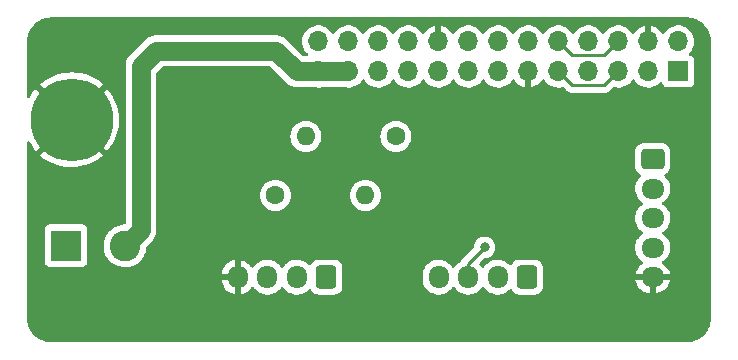
<source format=gbr>
G04 #@! TF.GenerationSoftware,KiCad,Pcbnew,(6.0.5)*
G04 #@! TF.CreationDate,2023-02-01T20:45:18-08:00*
G04 #@! TF.ProjectId,imac_g3_slot_loading_J22_adapter_board,696d6163-5f67-4335-9f73-6c6f745f6c6f,2*
G04 #@! TF.SameCoordinates,Original*
G04 #@! TF.FileFunction,Copper,L2,Bot*
G04 #@! TF.FilePolarity,Positive*
%FSLAX46Y46*%
G04 Gerber Fmt 4.6, Leading zero omitted, Abs format (unit mm)*
G04 Created by KiCad (PCBNEW (6.0.5)) date 2023-02-01 20:45:18*
%MOMM*%
%LPD*%
G01*
G04 APERTURE LIST*
G04 Aperture macros list*
%AMRoundRect*
0 Rectangle with rounded corners*
0 $1 Rounding radius*
0 $2 $3 $4 $5 $6 $7 $8 $9 X,Y pos of 4 corners*
0 Add a 4 corners polygon primitive as box body*
4,1,4,$2,$3,$4,$5,$6,$7,$8,$9,$2,$3,0*
0 Add four circle primitives for the rounded corners*
1,1,$1+$1,$2,$3*
1,1,$1+$1,$4,$5*
1,1,$1+$1,$6,$7*
1,1,$1+$1,$8,$9*
0 Add four rect primitives between the rounded corners*
20,1,$1+$1,$2,$3,$4,$5,0*
20,1,$1+$1,$4,$5,$6,$7,0*
20,1,$1+$1,$6,$7,$8,$9,0*
20,1,$1+$1,$8,$9,$2,$3,0*%
G04 Aperture macros list end*
G04 #@! TA.AperFunction,ComponentPad*
%ADD10O,1.600000X1.600000*%
G04 #@! TD*
G04 #@! TA.AperFunction,ComponentPad*
%ADD11C,1.600000*%
G04 #@! TD*
G04 #@! TA.AperFunction,ComponentPad*
%ADD12O,1.950000X1.700000*%
G04 #@! TD*
G04 #@! TA.AperFunction,ComponentPad*
%ADD13RoundRect,0.250000X-0.725000X0.600000X-0.725000X-0.600000X0.725000X-0.600000X0.725000X0.600000X0*%
G04 #@! TD*
G04 #@! TA.AperFunction,ComponentPad*
%ADD14R,1.700000X1.700000*%
G04 #@! TD*
G04 #@! TA.AperFunction,ComponentPad*
%ADD15O,1.700000X1.700000*%
G04 #@! TD*
G04 #@! TA.AperFunction,ComponentPad*
%ADD16O,1.700000X1.950000*%
G04 #@! TD*
G04 #@! TA.AperFunction,ComponentPad*
%ADD17RoundRect,0.250000X0.600000X0.725000X-0.600000X0.725000X-0.600000X-0.725000X0.600000X-0.725000X0*%
G04 #@! TD*
G04 #@! TA.AperFunction,ComponentPad*
%ADD18C,2.600000*%
G04 #@! TD*
G04 #@! TA.AperFunction,ComponentPad*
%ADD19R,2.600000X2.600000*%
G04 #@! TD*
G04 #@! TA.AperFunction,ComponentPad*
%ADD20C,0.800000*%
G04 #@! TD*
G04 #@! TA.AperFunction,ComponentPad*
%ADD21C,7.000000*%
G04 #@! TD*
G04 #@! TA.AperFunction,ViaPad*
%ADD22C,0.800000*%
G04 #@! TD*
G04 #@! TA.AperFunction,Conductor*
%ADD23C,0.250000*%
G04 #@! TD*
G04 #@! TA.AperFunction,Conductor*
%ADD24C,1.587600*%
G04 #@! TD*
G04 APERTURE END LIST*
D10*
X130020000Y-97440000D03*
D11*
X137640000Y-97440000D03*
D10*
X135060000Y-102440000D03*
D11*
X127440000Y-102440000D03*
D12*
X159380000Y-109368000D03*
X159380000Y-106868000D03*
X159380000Y-104368000D03*
X159380000Y-101868000D03*
D13*
X159380000Y-99368000D03*
D14*
X161544000Y-91948000D03*
D15*
X161544000Y-89408000D03*
X159004000Y-91948000D03*
X159004000Y-89408000D03*
X156464000Y-91948000D03*
X156464000Y-89408000D03*
X153924000Y-91948000D03*
X153924000Y-89408000D03*
X151384000Y-91948000D03*
X151384000Y-89408000D03*
X148844000Y-91948000D03*
X148844000Y-89408000D03*
X146304000Y-91948000D03*
X146304000Y-89408000D03*
X143764000Y-91948000D03*
X143764000Y-89408000D03*
X141224000Y-91948000D03*
X141224000Y-89408000D03*
X138684000Y-91948000D03*
X138684000Y-89408000D03*
X136144000Y-91948000D03*
X136144000Y-89408000D03*
X133604000Y-91948000D03*
X133604000Y-89408000D03*
X131064000Y-91948000D03*
X131064000Y-89408000D03*
D16*
X141250000Y-109360000D03*
X143750000Y-109360000D03*
X146250000Y-109360000D03*
D17*
X148750000Y-109360000D03*
D16*
X124250000Y-109360000D03*
X126750000Y-109360000D03*
X129250000Y-109360000D03*
D17*
X131750000Y-109360000D03*
D18*
X114702000Y-106708000D03*
D19*
X109702000Y-106708000D03*
D20*
X112028155Y-94181845D03*
X110172000Y-93413000D03*
X108315845Y-94181845D03*
X107547000Y-96038000D03*
X108315845Y-97894155D03*
X110172000Y-98663000D03*
X112028155Y-97894155D03*
X112797000Y-96038000D03*
D21*
X110172000Y-96038000D03*
D22*
X145140000Y-106840000D03*
D23*
X155288999Y-93123001D02*
X156464000Y-91948000D01*
X152559001Y-93123001D02*
X155288999Y-93123001D01*
X151384000Y-91948000D02*
X152559001Y-93123001D01*
X152559001Y-90583001D02*
X151384000Y-89408000D01*
X155288999Y-90583001D02*
X152559001Y-90583001D01*
X156464000Y-89408000D02*
X155288999Y-90583001D01*
X145140000Y-106840000D02*
X143750000Y-108230000D01*
X143750000Y-108230000D02*
X143750000Y-109360000D01*
D24*
X131064000Y-91948000D02*
X129232000Y-91948000D01*
X129232000Y-91948000D02*
X127482000Y-90198000D01*
X127482000Y-90198000D02*
X117322000Y-90198000D01*
X117322000Y-90198000D02*
X116052000Y-91468000D01*
X116052000Y-91468000D02*
X116052000Y-105358000D01*
X116052000Y-105358000D02*
X114702000Y-106708000D01*
X133604000Y-91948000D02*
X131064000Y-91948000D01*
G04 #@! TA.AperFunction,Conductor*
G36*
X162270018Y-87378000D02*
G01*
X162284851Y-87380310D01*
X162284855Y-87380310D01*
X162293724Y-87381691D01*
X162302626Y-87380527D01*
X162302629Y-87380527D01*
X162310012Y-87379561D01*
X162334591Y-87378767D01*
X162361442Y-87380527D01*
X162556922Y-87393340D01*
X162573262Y-87395491D01*
X162695477Y-87419801D01*
X162817696Y-87444112D01*
X162833606Y-87448375D01*
X163069600Y-87528484D01*
X163084826Y-87534791D01*
X163308342Y-87645016D01*
X163322616Y-87653257D01*
X163529829Y-87791713D01*
X163542905Y-87801746D01*
X163730278Y-87966068D01*
X163741932Y-87977722D01*
X163906254Y-88165095D01*
X163916287Y-88178171D01*
X164054743Y-88385384D01*
X164062984Y-88399658D01*
X164173209Y-88623174D01*
X164179515Y-88638398D01*
X164259625Y-88874394D01*
X164263888Y-88890304D01*
X164272643Y-88934315D01*
X164312509Y-89134738D01*
X164314660Y-89151078D01*
X164328763Y-89366236D01*
X164327733Y-89389350D01*
X164327690Y-89392854D01*
X164326309Y-89401724D01*
X164327473Y-89410626D01*
X164327473Y-89410628D01*
X164330436Y-89433283D01*
X164331500Y-89449621D01*
X164331500Y-112778633D01*
X164330000Y-112798018D01*
X164327690Y-112812851D01*
X164327690Y-112812855D01*
X164326309Y-112821724D01*
X164327473Y-112830626D01*
X164327473Y-112830629D01*
X164328439Y-112838012D01*
X164329233Y-112862591D01*
X164314660Y-113084922D01*
X164312509Y-113101262D01*
X164263889Y-113345693D01*
X164259625Y-113361606D01*
X164225312Y-113462689D01*
X164179516Y-113597600D01*
X164173209Y-113612826D01*
X164062984Y-113836342D01*
X164054743Y-113850616D01*
X163916287Y-114057829D01*
X163906254Y-114070905D01*
X163741932Y-114258278D01*
X163730278Y-114269932D01*
X163542905Y-114434254D01*
X163529829Y-114444287D01*
X163322616Y-114582743D01*
X163308342Y-114590984D01*
X163084826Y-114701209D01*
X163069602Y-114707515D01*
X162833606Y-114787625D01*
X162817696Y-114791888D01*
X162695477Y-114816199D01*
X162573262Y-114840509D01*
X162556922Y-114842660D01*
X162408134Y-114852413D01*
X162341763Y-114856763D01*
X162318650Y-114855733D01*
X162315146Y-114855690D01*
X162306276Y-114854309D01*
X162297374Y-114855473D01*
X162297372Y-114855473D01*
X162283915Y-114857233D01*
X162274714Y-114858436D01*
X162258379Y-114859500D01*
X108481367Y-114859500D01*
X108461982Y-114858000D01*
X108447149Y-114855690D01*
X108447145Y-114855690D01*
X108438276Y-114854309D01*
X108429374Y-114855473D01*
X108429371Y-114855473D01*
X108421988Y-114856439D01*
X108397409Y-114857233D01*
X108352799Y-114854309D01*
X108175078Y-114842660D01*
X108158738Y-114840509D01*
X108036523Y-114816199D01*
X107914304Y-114791888D01*
X107898394Y-114787625D01*
X107662398Y-114707515D01*
X107647174Y-114701209D01*
X107423658Y-114590984D01*
X107409384Y-114582743D01*
X107202171Y-114444287D01*
X107189095Y-114434254D01*
X107001722Y-114269932D01*
X106990068Y-114258278D01*
X106825746Y-114070905D01*
X106815713Y-114057829D01*
X106677257Y-113850616D01*
X106669016Y-113836342D01*
X106558791Y-113612826D01*
X106552484Y-113597600D01*
X106506688Y-113462689D01*
X106472375Y-113361606D01*
X106468111Y-113345693D01*
X106419491Y-113101262D01*
X106417340Y-113084922D01*
X106403476Y-112873407D01*
X106404650Y-112850232D01*
X106404334Y-112850204D01*
X106404770Y-112845344D01*
X106405576Y-112840552D01*
X106405729Y-112828000D01*
X106401773Y-112800376D01*
X106400500Y-112782514D01*
X106400500Y-109630193D01*
X122899410Y-109630193D01*
X122906124Y-109709325D01*
X122907914Y-109719797D01*
X122963130Y-109932535D01*
X122966665Y-109942575D01*
X123056937Y-110142970D01*
X123062106Y-110152256D01*
X123184850Y-110334575D01*
X123191519Y-110342870D01*
X123343228Y-110501900D01*
X123351186Y-110508941D01*
X123527525Y-110640141D01*
X123536562Y-110645745D01*
X123732484Y-110745357D01*
X123742335Y-110749357D01*
X123952240Y-110814534D01*
X123962624Y-110816817D01*
X123978043Y-110818861D01*
X123992207Y-110816665D01*
X123996000Y-110803478D01*
X123996000Y-110801192D01*
X124504000Y-110801192D01*
X124507973Y-110814723D01*
X124518580Y-110816248D01*
X124636421Y-110791523D01*
X124646617Y-110788463D01*
X124851029Y-110707737D01*
X124860561Y-110703006D01*
X125048462Y-110588984D01*
X125057052Y-110582720D01*
X125223052Y-110438673D01*
X125230472Y-110431042D01*
X125369826Y-110261089D01*
X125375848Y-110252326D01*
X125391238Y-110225289D01*
X125442320Y-110175982D01*
X125511951Y-110162120D01*
X125578022Y-110188103D01*
X125605261Y-110217253D01*
X125634773Y-110261089D01*
X125687441Y-110339319D01*
X125691120Y-110343176D01*
X125691122Y-110343178D01*
X125752710Y-110407738D01*
X125846576Y-110506135D01*
X126031542Y-110643754D01*
X126036293Y-110646170D01*
X126036297Y-110646172D01*
X126117254Y-110687332D01*
X126237051Y-110748240D01*
X126242145Y-110749822D01*
X126242148Y-110749823D01*
X126407583Y-110801192D01*
X126457227Y-110816607D01*
X126462516Y-110817308D01*
X126680489Y-110846198D01*
X126680494Y-110846198D01*
X126685774Y-110846898D01*
X126691103Y-110846698D01*
X126691105Y-110846698D01*
X126800966Y-110842573D01*
X126916158Y-110838249D01*
X126938802Y-110833498D01*
X127136572Y-110792002D01*
X127141791Y-110790907D01*
X127146750Y-110788949D01*
X127146752Y-110788948D01*
X127351256Y-110708185D01*
X127351258Y-110708184D01*
X127356221Y-110706224D01*
X127361525Y-110703006D01*
X127548757Y-110589390D01*
X127548756Y-110589390D01*
X127553317Y-110586623D01*
X127579984Y-110563483D01*
X127723412Y-110439023D01*
X127723414Y-110439021D01*
X127727445Y-110435523D01*
X127791048Y-110357954D01*
X127870240Y-110261373D01*
X127870244Y-110261367D01*
X127873624Y-110257245D01*
X127891552Y-110225750D01*
X127942632Y-110176445D01*
X128012262Y-110162583D01*
X128078333Y-110188566D01*
X128105573Y-110217716D01*
X128110983Y-110225752D01*
X128187441Y-110339319D01*
X128191120Y-110343176D01*
X128191122Y-110343178D01*
X128252710Y-110407738D01*
X128346576Y-110506135D01*
X128531542Y-110643754D01*
X128536293Y-110646170D01*
X128536297Y-110646172D01*
X128617254Y-110687332D01*
X128737051Y-110748240D01*
X128742145Y-110749822D01*
X128742148Y-110749823D01*
X128907583Y-110801192D01*
X128957227Y-110816607D01*
X128962516Y-110817308D01*
X129180489Y-110846198D01*
X129180494Y-110846198D01*
X129185774Y-110846898D01*
X129191103Y-110846698D01*
X129191105Y-110846698D01*
X129300966Y-110842573D01*
X129416158Y-110838249D01*
X129438802Y-110833498D01*
X129636572Y-110792002D01*
X129641791Y-110790907D01*
X129646750Y-110788949D01*
X129646752Y-110788948D01*
X129851256Y-110708185D01*
X129851258Y-110708184D01*
X129856221Y-110706224D01*
X129861525Y-110703006D01*
X130048757Y-110589390D01*
X130048756Y-110589390D01*
X130053317Y-110586623D01*
X130079984Y-110563483D01*
X130223412Y-110439023D01*
X130223414Y-110439021D01*
X130227445Y-110435523D01*
X130256670Y-110399880D01*
X130315329Y-110359886D01*
X130386299Y-110357954D01*
X130447048Y-110394698D01*
X130461248Y-110413468D01*
X130477062Y-110439023D01*
X130551522Y-110559348D01*
X130676697Y-110684305D01*
X130682927Y-110688145D01*
X130682928Y-110688146D01*
X130820090Y-110772694D01*
X130827262Y-110777115D01*
X130862938Y-110788948D01*
X130988611Y-110830632D01*
X130988613Y-110830632D01*
X130995139Y-110832797D01*
X131001975Y-110833497D01*
X131001978Y-110833498D01*
X131037663Y-110837154D01*
X131099600Y-110843500D01*
X132400400Y-110843500D01*
X132403646Y-110843163D01*
X132403650Y-110843163D01*
X132499308Y-110833238D01*
X132499312Y-110833237D01*
X132506166Y-110832526D01*
X132512702Y-110830345D01*
X132512704Y-110830345D01*
X132644806Y-110786272D01*
X132673946Y-110776550D01*
X132824348Y-110683478D01*
X132949305Y-110558303D01*
X132981462Y-110506135D01*
X133038275Y-110413968D01*
X133038276Y-110413966D01*
X133042115Y-110407738D01*
X133092031Y-110257245D01*
X133095632Y-110246389D01*
X133095632Y-110246387D01*
X133097797Y-110239861D01*
X133100114Y-110217253D01*
X133103100Y-110188103D01*
X133108500Y-110135400D01*
X133108500Y-109542890D01*
X139891500Y-109542890D01*
X139891725Y-109545539D01*
X139901926Y-109665760D01*
X139906080Y-109714720D01*
X139907418Y-109719875D01*
X139907419Y-109719881D01*
X139962657Y-109932703D01*
X139963999Y-109937872D01*
X140058688Y-110148075D01*
X140187441Y-110339319D01*
X140191120Y-110343176D01*
X140191122Y-110343178D01*
X140252710Y-110407738D01*
X140346576Y-110506135D01*
X140531542Y-110643754D01*
X140536293Y-110646170D01*
X140536297Y-110646172D01*
X140617254Y-110687332D01*
X140737051Y-110748240D01*
X140742145Y-110749822D01*
X140742148Y-110749823D01*
X140907583Y-110801192D01*
X140957227Y-110816607D01*
X140962516Y-110817308D01*
X141180489Y-110846198D01*
X141180494Y-110846198D01*
X141185774Y-110846898D01*
X141191103Y-110846698D01*
X141191105Y-110846698D01*
X141300966Y-110842573D01*
X141416158Y-110838249D01*
X141438802Y-110833498D01*
X141636572Y-110792002D01*
X141641791Y-110790907D01*
X141646750Y-110788949D01*
X141646752Y-110788948D01*
X141851256Y-110708185D01*
X141851258Y-110708184D01*
X141856221Y-110706224D01*
X141861525Y-110703006D01*
X142048757Y-110589390D01*
X142048756Y-110589390D01*
X142053317Y-110586623D01*
X142079984Y-110563483D01*
X142223412Y-110439023D01*
X142223414Y-110439021D01*
X142227445Y-110435523D01*
X142291048Y-110357954D01*
X142370240Y-110261373D01*
X142370244Y-110261367D01*
X142373624Y-110257245D01*
X142391552Y-110225750D01*
X142442632Y-110176445D01*
X142512262Y-110162583D01*
X142578333Y-110188566D01*
X142605573Y-110217716D01*
X142610983Y-110225752D01*
X142687441Y-110339319D01*
X142691120Y-110343176D01*
X142691122Y-110343178D01*
X142752710Y-110407738D01*
X142846576Y-110506135D01*
X143031542Y-110643754D01*
X143036293Y-110646170D01*
X143036297Y-110646172D01*
X143117254Y-110687332D01*
X143237051Y-110748240D01*
X143242145Y-110749822D01*
X143242148Y-110749823D01*
X143407583Y-110801192D01*
X143457227Y-110816607D01*
X143462516Y-110817308D01*
X143680489Y-110846198D01*
X143680494Y-110846198D01*
X143685774Y-110846898D01*
X143691103Y-110846698D01*
X143691105Y-110846698D01*
X143800966Y-110842573D01*
X143916158Y-110838249D01*
X143938802Y-110833498D01*
X144136572Y-110792002D01*
X144141791Y-110790907D01*
X144146750Y-110788949D01*
X144146752Y-110788948D01*
X144351256Y-110708185D01*
X144351258Y-110708184D01*
X144356221Y-110706224D01*
X144361525Y-110703006D01*
X144548757Y-110589390D01*
X144548756Y-110589390D01*
X144553317Y-110586623D01*
X144579984Y-110563483D01*
X144723412Y-110439023D01*
X144723414Y-110439021D01*
X144727445Y-110435523D01*
X144791048Y-110357954D01*
X144870240Y-110261373D01*
X144870244Y-110261367D01*
X144873624Y-110257245D01*
X144891552Y-110225750D01*
X144942632Y-110176445D01*
X145012262Y-110162583D01*
X145078333Y-110188566D01*
X145105573Y-110217716D01*
X145110983Y-110225752D01*
X145187441Y-110339319D01*
X145191120Y-110343176D01*
X145191122Y-110343178D01*
X145252710Y-110407738D01*
X145346576Y-110506135D01*
X145531542Y-110643754D01*
X145536293Y-110646170D01*
X145536297Y-110646172D01*
X145617254Y-110687332D01*
X145737051Y-110748240D01*
X145742145Y-110749822D01*
X145742148Y-110749823D01*
X145907583Y-110801192D01*
X145957227Y-110816607D01*
X145962516Y-110817308D01*
X146180489Y-110846198D01*
X146180494Y-110846198D01*
X146185774Y-110846898D01*
X146191103Y-110846698D01*
X146191105Y-110846698D01*
X146300966Y-110842573D01*
X146416158Y-110838249D01*
X146438802Y-110833498D01*
X146636572Y-110792002D01*
X146641791Y-110790907D01*
X146646750Y-110788949D01*
X146646752Y-110788948D01*
X146851256Y-110708185D01*
X146851258Y-110708184D01*
X146856221Y-110706224D01*
X146861525Y-110703006D01*
X147048757Y-110589390D01*
X147048756Y-110589390D01*
X147053317Y-110586623D01*
X147079984Y-110563483D01*
X147223412Y-110439023D01*
X147223414Y-110439021D01*
X147227445Y-110435523D01*
X147256670Y-110399880D01*
X147315329Y-110359886D01*
X147386299Y-110357954D01*
X147447048Y-110394698D01*
X147461248Y-110413468D01*
X147477062Y-110439023D01*
X147551522Y-110559348D01*
X147676697Y-110684305D01*
X147682927Y-110688145D01*
X147682928Y-110688146D01*
X147820090Y-110772694D01*
X147827262Y-110777115D01*
X147862938Y-110788948D01*
X147988611Y-110830632D01*
X147988613Y-110830632D01*
X147995139Y-110832797D01*
X148001975Y-110833497D01*
X148001978Y-110833498D01*
X148037663Y-110837154D01*
X148099600Y-110843500D01*
X149400400Y-110843500D01*
X149403646Y-110843163D01*
X149403650Y-110843163D01*
X149499308Y-110833238D01*
X149499312Y-110833237D01*
X149506166Y-110832526D01*
X149512702Y-110830345D01*
X149512704Y-110830345D01*
X149644806Y-110786272D01*
X149673946Y-110776550D01*
X149824348Y-110683478D01*
X149949305Y-110558303D01*
X149981462Y-110506135D01*
X150038275Y-110413968D01*
X150038276Y-110413966D01*
X150042115Y-110407738D01*
X150092031Y-110257245D01*
X150095632Y-110246389D01*
X150095632Y-110246387D01*
X150097797Y-110239861D01*
X150100114Y-110217253D01*
X150103100Y-110188103D01*
X150108500Y-110135400D01*
X150108500Y-109636580D01*
X157923752Y-109636580D01*
X157948477Y-109754421D01*
X157951537Y-109764617D01*
X158032263Y-109969029D01*
X158036994Y-109978561D01*
X158151016Y-110166462D01*
X158157280Y-110175052D01*
X158301327Y-110341052D01*
X158308958Y-110348472D01*
X158478911Y-110487826D01*
X158487678Y-110493850D01*
X158678682Y-110602576D01*
X158688346Y-110607041D01*
X158894941Y-110682031D01*
X158905208Y-110684802D01*
X159108174Y-110721504D01*
X159121414Y-110720085D01*
X159126000Y-110705450D01*
X159126000Y-110701849D01*
X159634000Y-110701849D01*
X159638310Y-110716527D01*
X159650193Y-110718590D01*
X159729325Y-110711876D01*
X159739797Y-110710086D01*
X159952535Y-110654870D01*
X159962575Y-110651335D01*
X160162970Y-110561063D01*
X160172256Y-110555894D01*
X160354575Y-110433150D01*
X160362870Y-110426481D01*
X160521900Y-110274772D01*
X160528941Y-110266814D01*
X160660141Y-110090475D01*
X160665745Y-110081438D01*
X160765357Y-109885516D01*
X160769357Y-109875665D01*
X160834534Y-109665760D01*
X160836817Y-109655376D01*
X160838861Y-109639957D01*
X160836665Y-109625793D01*
X160823478Y-109622000D01*
X159652115Y-109622000D01*
X159636876Y-109626475D01*
X159635671Y-109627865D01*
X159634000Y-109635548D01*
X159634000Y-110701849D01*
X159126000Y-110701849D01*
X159126000Y-109640115D01*
X159121525Y-109624876D01*
X159120135Y-109623671D01*
X159112452Y-109622000D01*
X157938808Y-109622000D01*
X157925277Y-109625973D01*
X157923752Y-109636580D01*
X150108500Y-109636580D01*
X150108500Y-108584600D01*
X150104292Y-108544041D01*
X150098238Y-108485692D01*
X150098237Y-108485688D01*
X150097526Y-108478834D01*
X150093710Y-108467394D01*
X150043868Y-108318002D01*
X150041550Y-108311054D01*
X149948478Y-108160652D01*
X149823303Y-108035695D01*
X149792965Y-108016994D01*
X149678968Y-107946725D01*
X149678966Y-107946724D01*
X149672738Y-107942885D01*
X149559353Y-107905277D01*
X149511389Y-107889368D01*
X149511387Y-107889368D01*
X149504861Y-107887203D01*
X149498025Y-107886503D01*
X149498022Y-107886502D01*
X149454969Y-107882091D01*
X149400400Y-107876500D01*
X148099600Y-107876500D01*
X148096354Y-107876837D01*
X148096350Y-107876837D01*
X148000692Y-107886762D01*
X148000688Y-107886763D01*
X147993834Y-107887474D01*
X147987298Y-107889655D01*
X147987296Y-107889655D01*
X147855761Y-107933539D01*
X147826054Y-107943450D01*
X147675652Y-108036522D01*
X147550695Y-108161697D01*
X147546855Y-108167927D01*
X147546854Y-108167928D01*
X147542365Y-108175210D01*
X147463686Y-108302852D01*
X147460920Y-108307339D01*
X147408148Y-108354832D01*
X147338076Y-108366256D01*
X147272952Y-108337982D01*
X147262490Y-108328195D01*
X147199239Y-108261891D01*
X147153424Y-108213865D01*
X146968458Y-108076246D01*
X146963707Y-108073830D01*
X146963703Y-108073828D01*
X146843549Y-108012739D01*
X146762949Y-107971760D01*
X146757855Y-107970178D01*
X146757852Y-107970177D01*
X146547871Y-107904976D01*
X146542773Y-107903393D01*
X146537484Y-107902692D01*
X146319511Y-107873802D01*
X146319506Y-107873802D01*
X146314226Y-107873102D01*
X146308897Y-107873302D01*
X146308895Y-107873302D01*
X146199034Y-107877426D01*
X146083842Y-107881751D01*
X146078623Y-107882846D01*
X146056566Y-107887474D01*
X145858209Y-107929093D01*
X145853250Y-107931051D01*
X145853248Y-107931052D01*
X145648744Y-108011815D01*
X145648742Y-108011816D01*
X145643779Y-108013776D01*
X145639220Y-108016543D01*
X145639217Y-108016544D01*
X145544113Y-108074255D01*
X145446683Y-108133377D01*
X145442653Y-108136874D01*
X145314391Y-108248174D01*
X145272555Y-108284477D01*
X145253824Y-108307321D01*
X145129760Y-108458627D01*
X145129756Y-108458633D01*
X145126376Y-108462755D01*
X145108448Y-108494250D01*
X145057368Y-108543555D01*
X144987738Y-108557417D01*
X144921667Y-108531434D01*
X144894427Y-108502284D01*
X144865808Y-108459775D01*
X144812559Y-108380681D01*
X144796724Y-108364081D01*
X144742577Y-108307321D01*
X144710030Y-108244224D01*
X144716761Y-108173547D01*
X144744652Y-108131254D01*
X145090501Y-107785405D01*
X145152813Y-107751379D01*
X145179596Y-107748500D01*
X145235487Y-107748500D01*
X145241939Y-107747128D01*
X145241944Y-107747128D01*
X145339680Y-107726353D01*
X145422288Y-107708794D01*
X145428319Y-107706109D01*
X145590722Y-107633803D01*
X145590724Y-107633802D01*
X145596752Y-107631118D01*
X145751253Y-107518866D01*
X145787344Y-107478783D01*
X145874621Y-107381852D01*
X145874622Y-107381851D01*
X145879040Y-107376944D01*
X145943814Y-107264752D01*
X145971223Y-107217279D01*
X145971224Y-107217278D01*
X145974527Y-107211556D01*
X146033542Y-107029928D01*
X146053504Y-106840000D01*
X146049697Y-106803774D01*
X157893102Y-106803774D01*
X157893302Y-106809103D01*
X157893302Y-106809105D01*
X157894462Y-106840000D01*
X157901751Y-107034158D01*
X157949093Y-107259791D01*
X157951051Y-107264750D01*
X157951052Y-107264752D01*
X157997298Y-107381852D01*
X158033776Y-107474221D01*
X158036543Y-107478780D01*
X158036544Y-107478783D01*
X158098998Y-107581703D01*
X158153377Y-107671317D01*
X158156874Y-107675347D01*
X158280766Y-107818120D01*
X158304477Y-107845445D01*
X158308608Y-107848832D01*
X158478627Y-107988240D01*
X158478633Y-107988244D01*
X158482755Y-107991624D01*
X158487398Y-107994267D01*
X158514735Y-108009829D01*
X158564041Y-108060912D01*
X158577902Y-108130542D01*
X158551918Y-108196613D01*
X158522768Y-108223851D01*
X158405422Y-108302852D01*
X158397130Y-108309519D01*
X158238100Y-108461228D01*
X158231059Y-108469186D01*
X158099859Y-108645525D01*
X158094255Y-108654562D01*
X157994643Y-108850484D01*
X157990643Y-108860335D01*
X157925466Y-109070240D01*
X157923183Y-109080624D01*
X157921139Y-109096043D01*
X157923335Y-109110207D01*
X157936522Y-109114000D01*
X160821192Y-109114000D01*
X160834723Y-109110027D01*
X160836248Y-109099420D01*
X160811523Y-108981579D01*
X160808463Y-108971383D01*
X160727737Y-108766971D01*
X160723006Y-108757439D01*
X160608984Y-108569538D01*
X160602720Y-108560948D01*
X160458673Y-108394948D01*
X160451042Y-108387528D01*
X160281089Y-108248174D01*
X160272326Y-108242152D01*
X160245289Y-108226762D01*
X160195982Y-108175680D01*
X160182120Y-108106049D01*
X160208103Y-108039978D01*
X160237253Y-108012739D01*
X160328973Y-107950989D01*
X160359319Y-107930559D01*
X160385822Y-107905277D01*
X160432536Y-107860713D01*
X160526135Y-107771424D01*
X160663754Y-107586458D01*
X160672580Y-107569100D01*
X160735346Y-107445646D01*
X160768240Y-107380949D01*
X160804321Y-107264752D01*
X160835024Y-107165871D01*
X160836607Y-107160773D01*
X160849310Y-107064930D01*
X160866198Y-106937511D01*
X160866198Y-106937506D01*
X160866898Y-106932226D01*
X160865359Y-106891218D01*
X160858449Y-106707173D01*
X160858249Y-106701842D01*
X160810907Y-106476209D01*
X160808948Y-106471248D01*
X160728185Y-106266744D01*
X160728184Y-106266742D01*
X160726224Y-106261779D01*
X160606623Y-106064683D01*
X160519755Y-105964576D01*
X160459023Y-105894588D01*
X160459021Y-105894586D01*
X160455523Y-105890555D01*
X160357393Y-105810093D01*
X160281373Y-105747760D01*
X160281367Y-105747756D01*
X160277245Y-105744376D01*
X160245750Y-105726448D01*
X160196445Y-105675368D01*
X160182583Y-105605738D01*
X160208566Y-105539667D01*
X160237716Y-105512427D01*
X160306033Y-105466433D01*
X160359319Y-105430559D01*
X160526135Y-105271424D01*
X160663754Y-105086458D01*
X160768240Y-104880949D01*
X160774359Y-104861245D01*
X160835024Y-104665871D01*
X160836607Y-104660773D01*
X160837308Y-104655484D01*
X160866198Y-104437511D01*
X160866198Y-104437506D01*
X160866898Y-104432226D01*
X160858249Y-104201842D01*
X160810907Y-103976209D01*
X160726224Y-103761779D01*
X160720909Y-103753019D01*
X160615826Y-103579849D01*
X160606623Y-103564683D01*
X160519755Y-103464576D01*
X160459023Y-103394588D01*
X160459021Y-103394586D01*
X160455523Y-103390555D01*
X160413970Y-103356484D01*
X160281373Y-103247760D01*
X160281367Y-103247756D01*
X160277245Y-103244376D01*
X160245750Y-103226448D01*
X160196445Y-103175368D01*
X160182583Y-103105738D01*
X160208566Y-103039667D01*
X160237716Y-103012427D01*
X160273642Y-102988240D01*
X160359319Y-102930559D01*
X160526135Y-102771424D01*
X160663754Y-102586458D01*
X160768240Y-102380949D01*
X160804321Y-102264752D01*
X160835024Y-102165871D01*
X160836607Y-102160773D01*
X160866898Y-101932226D01*
X160858249Y-101701842D01*
X160810907Y-101476209D01*
X160726224Y-101261779D01*
X160606623Y-101064683D01*
X160519755Y-100964576D01*
X160459023Y-100894588D01*
X160459021Y-100894586D01*
X160455523Y-100890555D01*
X160419880Y-100861330D01*
X160379886Y-100802671D01*
X160377954Y-100731701D01*
X160414698Y-100670952D01*
X160433468Y-100656752D01*
X160573120Y-100570332D01*
X160579348Y-100566478D01*
X160704305Y-100441303D01*
X160797115Y-100290738D01*
X160852797Y-100122861D01*
X160863500Y-100018400D01*
X160863500Y-98717600D01*
X160859200Y-98676154D01*
X160853238Y-98618692D01*
X160853237Y-98618688D01*
X160852526Y-98611834D01*
X160796550Y-98444054D01*
X160703478Y-98293652D01*
X160698014Y-98288197D01*
X160583483Y-98173866D01*
X160578303Y-98168695D01*
X160461586Y-98096749D01*
X160433968Y-98079725D01*
X160433966Y-98079724D01*
X160427738Y-98075885D01*
X160347995Y-98049436D01*
X160266389Y-98022368D01*
X160266387Y-98022368D01*
X160259861Y-98020203D01*
X160253025Y-98019503D01*
X160253022Y-98019502D01*
X160209969Y-98015091D01*
X160155400Y-98009500D01*
X158604600Y-98009500D01*
X158601354Y-98009837D01*
X158601350Y-98009837D01*
X158505692Y-98019762D01*
X158505688Y-98019763D01*
X158498834Y-98020474D01*
X158492298Y-98022655D01*
X158492296Y-98022655D01*
X158360194Y-98066728D01*
X158331054Y-98076450D01*
X158180652Y-98169522D01*
X158055695Y-98294697D01*
X157962885Y-98445262D01*
X157907203Y-98613139D01*
X157896500Y-98717600D01*
X157896500Y-100018400D01*
X157896837Y-100021646D01*
X157896837Y-100021650D01*
X157899752Y-100049740D01*
X157907474Y-100124166D01*
X157963450Y-100291946D01*
X158056522Y-100442348D01*
X158181697Y-100567305D01*
X158327340Y-100657081D01*
X158374832Y-100709852D01*
X158386256Y-100779924D01*
X158357982Y-100845048D01*
X158348195Y-100855510D01*
X158233865Y-100964576D01*
X158096246Y-101149542D01*
X158093830Y-101154293D01*
X158093828Y-101154297D01*
X158044003Y-101252296D01*
X157991760Y-101355051D01*
X157990178Y-101360145D01*
X157990177Y-101360148D01*
X157928115Y-101560020D01*
X157923393Y-101575227D01*
X157922692Y-101580516D01*
X157896420Y-101778743D01*
X157893102Y-101803774D01*
X157901751Y-102034158D01*
X157949093Y-102259791D01*
X157951051Y-102264750D01*
X157951052Y-102264752D01*
X158022424Y-102445475D01*
X158033776Y-102474221D01*
X158153377Y-102671317D01*
X158156874Y-102675347D01*
X158243438Y-102775103D01*
X158304477Y-102845445D01*
X158308608Y-102848832D01*
X158478627Y-102988240D01*
X158478633Y-102988244D01*
X158482755Y-102991624D01*
X158514250Y-103009552D01*
X158563555Y-103060632D01*
X158577417Y-103130262D01*
X158551434Y-103196333D01*
X158522284Y-103223573D01*
X158400681Y-103305441D01*
X158233865Y-103464576D01*
X158096246Y-103649542D01*
X158093830Y-103654293D01*
X158093828Y-103654297D01*
X158082943Y-103675707D01*
X157991760Y-103855051D01*
X157990178Y-103860145D01*
X157990177Y-103860148D01*
X157928115Y-104060020D01*
X157923393Y-104075227D01*
X157922692Y-104080516D01*
X157907304Y-104196623D01*
X157893102Y-104303774D01*
X157901751Y-104534158D01*
X157949093Y-104759791D01*
X157951051Y-104764750D01*
X157951052Y-104764752D01*
X158017916Y-104934060D01*
X158033776Y-104974221D01*
X158036543Y-104978780D01*
X158036544Y-104978783D01*
X158055049Y-105009278D01*
X158153377Y-105171317D01*
X158156874Y-105175347D01*
X158243438Y-105275103D01*
X158304477Y-105345445D01*
X158308608Y-105348832D01*
X158478627Y-105488240D01*
X158478633Y-105488244D01*
X158482755Y-105491624D01*
X158514250Y-105509552D01*
X158563555Y-105560632D01*
X158577417Y-105630262D01*
X158551434Y-105696333D01*
X158522284Y-105723573D01*
X158400681Y-105805441D01*
X158233865Y-105964576D01*
X158230682Y-105968854D01*
X158195502Y-106016137D01*
X158096246Y-106149542D01*
X158093830Y-106154293D01*
X158093828Y-106154297D01*
X158090352Y-106161134D01*
X157991760Y-106355051D01*
X157990178Y-106360145D01*
X157990177Y-106360148D01*
X157928115Y-106560020D01*
X157923393Y-106575227D01*
X157922692Y-106580516D01*
X157895303Y-106787170D01*
X157893102Y-106803774D01*
X146049697Y-106803774D01*
X146040849Y-106719595D01*
X146034232Y-106656635D01*
X146034232Y-106656633D01*
X146033542Y-106650072D01*
X145974527Y-106468444D01*
X145879040Y-106303056D01*
X145837767Y-106257217D01*
X145755675Y-106166045D01*
X145755674Y-106166044D01*
X145751253Y-106161134D01*
X145652157Y-106089136D01*
X145602094Y-106052763D01*
X145602093Y-106052762D01*
X145596752Y-106048882D01*
X145590724Y-106046198D01*
X145590722Y-106046197D01*
X145428319Y-105973891D01*
X145428318Y-105973891D01*
X145422288Y-105971206D01*
X145328887Y-105951353D01*
X145241944Y-105932872D01*
X145241939Y-105932872D01*
X145235487Y-105931500D01*
X145044513Y-105931500D01*
X145038061Y-105932872D01*
X145038056Y-105932872D01*
X144951112Y-105951353D01*
X144857712Y-105971206D01*
X144851682Y-105973891D01*
X144851681Y-105973891D01*
X144689278Y-106046197D01*
X144689276Y-106046198D01*
X144683248Y-106048882D01*
X144677907Y-106052762D01*
X144677906Y-106052763D01*
X144627843Y-106089136D01*
X144528747Y-106161134D01*
X144524326Y-106166044D01*
X144524325Y-106166045D01*
X144442234Y-106257217D01*
X144400960Y-106303056D01*
X144305473Y-106468444D01*
X144246458Y-106650072D01*
X144245768Y-106656633D01*
X144245768Y-106656635D01*
X144239151Y-106719595D01*
X144230304Y-106803774D01*
X144229093Y-106815292D01*
X144202080Y-106880949D01*
X144192878Y-106891218D01*
X143357742Y-107726353D01*
X143349463Y-107733887D01*
X143342982Y-107738000D01*
X143311595Y-107771424D01*
X143296357Y-107787651D01*
X143293602Y-107790493D01*
X143273865Y-107810230D01*
X143271385Y-107813427D01*
X143263682Y-107822447D01*
X143233414Y-107854679D01*
X143229595Y-107861625D01*
X143229593Y-107861628D01*
X143223652Y-107872434D01*
X143212801Y-107888953D01*
X143200386Y-107904959D01*
X143197241Y-107912228D01*
X143197238Y-107912232D01*
X143182826Y-107945537D01*
X143177604Y-107956196D01*
X143163274Y-107982263D01*
X143118224Y-108029283D01*
X142951248Y-108130606D01*
X142951243Y-108130610D01*
X142946683Y-108133377D01*
X142942653Y-108136874D01*
X142814391Y-108248174D01*
X142772555Y-108284477D01*
X142753824Y-108307321D01*
X142629760Y-108458627D01*
X142629756Y-108458633D01*
X142626376Y-108462755D01*
X142608448Y-108494250D01*
X142557368Y-108543555D01*
X142487738Y-108557417D01*
X142421667Y-108531434D01*
X142394427Y-108502284D01*
X142365808Y-108459775D01*
X142312559Y-108380681D01*
X142296724Y-108364081D01*
X142217446Y-108280977D01*
X142153424Y-108213865D01*
X141968458Y-108076246D01*
X141963707Y-108073830D01*
X141963703Y-108073828D01*
X141843549Y-108012739D01*
X141762949Y-107971760D01*
X141757855Y-107970178D01*
X141757852Y-107970177D01*
X141547871Y-107904976D01*
X141542773Y-107903393D01*
X141537484Y-107902692D01*
X141319511Y-107873802D01*
X141319506Y-107873802D01*
X141314226Y-107873102D01*
X141308897Y-107873302D01*
X141308895Y-107873302D01*
X141199034Y-107877426D01*
X141083842Y-107881751D01*
X141078623Y-107882846D01*
X141056566Y-107887474D01*
X140858209Y-107929093D01*
X140853250Y-107931051D01*
X140853248Y-107931052D01*
X140648744Y-108011815D01*
X140648742Y-108011816D01*
X140643779Y-108013776D01*
X140639220Y-108016543D01*
X140639217Y-108016544D01*
X140544113Y-108074255D01*
X140446683Y-108133377D01*
X140442653Y-108136874D01*
X140314391Y-108248174D01*
X140272555Y-108284477D01*
X140253824Y-108307321D01*
X140129760Y-108458627D01*
X140129756Y-108458633D01*
X140126376Y-108462755D01*
X140123738Y-108467390D01*
X140123735Y-108467394D01*
X140064233Y-108571925D01*
X140012325Y-108663114D01*
X139933663Y-108879825D01*
X139932714Y-108885074D01*
X139932713Y-108885077D01*
X139893377Y-109102608D01*
X139893376Y-109102615D01*
X139892639Y-109106692D01*
X139891500Y-109130844D01*
X139891500Y-109542890D01*
X133108500Y-109542890D01*
X133108500Y-108584600D01*
X133104292Y-108544041D01*
X133098238Y-108485692D01*
X133098237Y-108485688D01*
X133097526Y-108478834D01*
X133093710Y-108467394D01*
X133043868Y-108318002D01*
X133041550Y-108311054D01*
X132948478Y-108160652D01*
X132823303Y-108035695D01*
X132792965Y-108016994D01*
X132678968Y-107946725D01*
X132678966Y-107946724D01*
X132672738Y-107942885D01*
X132559353Y-107905277D01*
X132511389Y-107889368D01*
X132511387Y-107889368D01*
X132504861Y-107887203D01*
X132498025Y-107886503D01*
X132498022Y-107886502D01*
X132454969Y-107882091D01*
X132400400Y-107876500D01*
X131099600Y-107876500D01*
X131096354Y-107876837D01*
X131096350Y-107876837D01*
X131000692Y-107886762D01*
X131000688Y-107886763D01*
X130993834Y-107887474D01*
X130987298Y-107889655D01*
X130987296Y-107889655D01*
X130855761Y-107933539D01*
X130826054Y-107943450D01*
X130675652Y-108036522D01*
X130550695Y-108161697D01*
X130546855Y-108167927D01*
X130546854Y-108167928D01*
X130542365Y-108175210D01*
X130463686Y-108302852D01*
X130460920Y-108307339D01*
X130408148Y-108354832D01*
X130338076Y-108366256D01*
X130272952Y-108337982D01*
X130262490Y-108328195D01*
X130199239Y-108261891D01*
X130153424Y-108213865D01*
X129968458Y-108076246D01*
X129963707Y-108073830D01*
X129963703Y-108073828D01*
X129843549Y-108012739D01*
X129762949Y-107971760D01*
X129757855Y-107970178D01*
X129757852Y-107970177D01*
X129547871Y-107904976D01*
X129542773Y-107903393D01*
X129537484Y-107902692D01*
X129319511Y-107873802D01*
X129319506Y-107873802D01*
X129314226Y-107873102D01*
X129308897Y-107873302D01*
X129308895Y-107873302D01*
X129199034Y-107877426D01*
X129083842Y-107881751D01*
X129078623Y-107882846D01*
X129056566Y-107887474D01*
X128858209Y-107929093D01*
X128853250Y-107931051D01*
X128853248Y-107931052D01*
X128648744Y-108011815D01*
X128648742Y-108011816D01*
X128643779Y-108013776D01*
X128639220Y-108016543D01*
X128639217Y-108016544D01*
X128544113Y-108074255D01*
X128446683Y-108133377D01*
X128442653Y-108136874D01*
X128314391Y-108248174D01*
X128272555Y-108284477D01*
X128253824Y-108307321D01*
X128129760Y-108458627D01*
X128129756Y-108458633D01*
X128126376Y-108462755D01*
X128108448Y-108494250D01*
X128057368Y-108543555D01*
X127987738Y-108557417D01*
X127921667Y-108531434D01*
X127894427Y-108502284D01*
X127865808Y-108459775D01*
X127812559Y-108380681D01*
X127796724Y-108364081D01*
X127717446Y-108280977D01*
X127653424Y-108213865D01*
X127468458Y-108076246D01*
X127463707Y-108073830D01*
X127463703Y-108073828D01*
X127343549Y-108012739D01*
X127262949Y-107971760D01*
X127257855Y-107970178D01*
X127257852Y-107970177D01*
X127047871Y-107904976D01*
X127042773Y-107903393D01*
X127037484Y-107902692D01*
X126819511Y-107873802D01*
X126819506Y-107873802D01*
X126814226Y-107873102D01*
X126808897Y-107873302D01*
X126808895Y-107873302D01*
X126699034Y-107877426D01*
X126583842Y-107881751D01*
X126578623Y-107882846D01*
X126556566Y-107887474D01*
X126358209Y-107929093D01*
X126353250Y-107931051D01*
X126353248Y-107931052D01*
X126148744Y-108011815D01*
X126148742Y-108011816D01*
X126143779Y-108013776D01*
X126139220Y-108016543D01*
X126139217Y-108016544D01*
X126044113Y-108074255D01*
X125946683Y-108133377D01*
X125942653Y-108136874D01*
X125814391Y-108248174D01*
X125772555Y-108284477D01*
X125753824Y-108307321D01*
X125629760Y-108458627D01*
X125629756Y-108458633D01*
X125626376Y-108462755D01*
X125623733Y-108467398D01*
X125608171Y-108494735D01*
X125557088Y-108544041D01*
X125487458Y-108557902D01*
X125421387Y-108531918D01*
X125394149Y-108502768D01*
X125315148Y-108385422D01*
X125308481Y-108377130D01*
X125156772Y-108218100D01*
X125148814Y-108211059D01*
X124972475Y-108079859D01*
X124963438Y-108074255D01*
X124767516Y-107974643D01*
X124757665Y-107970643D01*
X124547760Y-107905466D01*
X124537376Y-107903183D01*
X124521957Y-107901139D01*
X124507793Y-107903335D01*
X124504000Y-107916522D01*
X124504000Y-110801192D01*
X123996000Y-110801192D01*
X123996000Y-109632115D01*
X123991525Y-109616876D01*
X123990135Y-109615671D01*
X123982452Y-109614000D01*
X122916151Y-109614000D01*
X122901473Y-109618310D01*
X122899410Y-109630193D01*
X106400500Y-109630193D01*
X106400500Y-109088174D01*
X122896496Y-109088174D01*
X122897915Y-109101414D01*
X122912550Y-109106000D01*
X123977885Y-109106000D01*
X123993124Y-109101525D01*
X123994329Y-109100135D01*
X123996000Y-109092452D01*
X123996000Y-107918808D01*
X123992027Y-107905277D01*
X123981420Y-107903752D01*
X123863579Y-107928477D01*
X123853383Y-107931537D01*
X123648971Y-108012263D01*
X123639439Y-108016994D01*
X123451538Y-108131016D01*
X123442948Y-108137280D01*
X123276948Y-108281327D01*
X123269528Y-108288958D01*
X123130174Y-108458911D01*
X123124150Y-108467678D01*
X123015424Y-108658682D01*
X123010959Y-108668346D01*
X122935969Y-108874941D01*
X122933198Y-108885208D01*
X122896496Y-109088174D01*
X106400500Y-109088174D01*
X106400500Y-108056134D01*
X107893500Y-108056134D01*
X107900255Y-108118316D01*
X107951385Y-108254705D01*
X108038739Y-108371261D01*
X108155295Y-108458615D01*
X108291684Y-108509745D01*
X108353866Y-108516500D01*
X111050134Y-108516500D01*
X111112316Y-108509745D01*
X111248705Y-108458615D01*
X111365261Y-108371261D01*
X111452615Y-108254705D01*
X111503745Y-108118316D01*
X111510500Y-108056134D01*
X111510500Y-106660526D01*
X112889050Y-106660526D01*
X112889274Y-106665192D01*
X112889274Y-106665197D01*
X112891887Y-106719595D01*
X112901947Y-106929019D01*
X112954388Y-107192656D01*
X113045220Y-107445646D01*
X113047432Y-107449762D01*
X113047433Y-107449765D01*
X113123182Y-107590740D01*
X113172450Y-107682431D01*
X113175241Y-107686168D01*
X113175245Y-107686175D01*
X113256887Y-107795506D01*
X113333281Y-107897810D01*
X113336590Y-107901090D01*
X113336595Y-107901096D01*
X113497813Y-108060912D01*
X113524180Y-108087050D01*
X113527942Y-108089808D01*
X113527945Y-108089811D01*
X113634484Y-108167928D01*
X113740954Y-108245995D01*
X113745089Y-108248171D01*
X113745093Y-108248173D01*
X113974698Y-108368975D01*
X113978840Y-108371154D01*
X114232613Y-108459775D01*
X114237206Y-108460647D01*
X114492109Y-108509042D01*
X114492112Y-108509042D01*
X114496698Y-108509913D01*
X114624370Y-108514929D01*
X114760625Y-108520283D01*
X114760630Y-108520283D01*
X114765293Y-108520466D01*
X114869607Y-108509042D01*
X115027844Y-108491713D01*
X115027850Y-108491712D01*
X115032497Y-108491203D01*
X115074521Y-108480139D01*
X115287918Y-108423956D01*
X115287920Y-108423955D01*
X115292441Y-108422765D01*
X115357187Y-108394948D01*
X115535120Y-108318502D01*
X115535122Y-108318501D01*
X115539414Y-108316657D01*
X115689387Y-108223851D01*
X115764017Y-108177669D01*
X115764021Y-108177666D01*
X115767990Y-108175210D01*
X115973149Y-108001530D01*
X116150382Y-107799434D01*
X116166033Y-107775103D01*
X116293269Y-107577291D01*
X116295797Y-107573361D01*
X116406199Y-107328278D01*
X116443209Y-107197051D01*
X116477893Y-107074072D01*
X116477894Y-107074069D01*
X116479163Y-107069568D01*
X116497314Y-106926895D01*
X116512688Y-106806045D01*
X116512688Y-106806041D01*
X116513086Y-106802915D01*
X116513498Y-106787169D01*
X116535275Y-106719595D01*
X116550360Y-106701370D01*
X116892298Y-106359432D01*
X116892300Y-106359431D01*
X117053431Y-106198300D01*
X117056580Y-106193803D01*
X117056584Y-106193798D01*
X117076016Y-106166045D01*
X117083015Y-106156048D01*
X117089705Y-106147331D01*
X117091443Y-106145260D01*
X117122857Y-106107823D01*
X117148651Y-106063147D01*
X117154548Y-106053889D01*
X117184133Y-106011637D01*
X117186454Y-106006660D01*
X117186459Y-106006651D01*
X117205931Y-105964893D01*
X117211005Y-105955145D01*
X117234045Y-105915239D01*
X117234046Y-105915237D01*
X117236793Y-105910479D01*
X117254432Y-105862016D01*
X117258637Y-105851864D01*
X117278115Y-105810093D01*
X117280437Y-105805114D01*
X117293794Y-105755265D01*
X117297088Y-105744818D01*
X117314730Y-105696348D01*
X117318430Y-105675368D01*
X117323685Y-105645564D01*
X117326064Y-105634833D01*
X117327289Y-105630262D01*
X117339415Y-105585006D01*
X117342219Y-105552950D01*
X117343911Y-105533616D01*
X117345346Y-105522718D01*
X117350363Y-105494262D01*
X117354300Y-105471937D01*
X117354300Y-102440000D01*
X126126502Y-102440000D01*
X126146457Y-102668087D01*
X126147881Y-102673400D01*
X126147881Y-102673402D01*
X126192900Y-102841412D01*
X126205716Y-102889243D01*
X126208039Y-102894224D01*
X126208039Y-102894225D01*
X126300151Y-103091762D01*
X126300154Y-103091767D01*
X126302477Y-103096749D01*
X126357527Y-103175368D01*
X126404000Y-103241738D01*
X126433802Y-103284300D01*
X126595700Y-103446198D01*
X126600208Y-103449355D01*
X126600211Y-103449357D01*
X126616692Y-103460897D01*
X126783251Y-103577523D01*
X126788233Y-103579846D01*
X126788238Y-103579849D01*
X126928514Y-103645260D01*
X126990757Y-103674284D01*
X126996065Y-103675706D01*
X126996067Y-103675707D01*
X127206598Y-103732119D01*
X127206600Y-103732119D01*
X127211913Y-103733543D01*
X127440000Y-103753498D01*
X127668087Y-103733543D01*
X127673400Y-103732119D01*
X127673402Y-103732119D01*
X127883933Y-103675707D01*
X127883935Y-103675706D01*
X127889243Y-103674284D01*
X127951486Y-103645260D01*
X128091762Y-103579849D01*
X128091767Y-103579846D01*
X128096749Y-103577523D01*
X128263308Y-103460897D01*
X128279789Y-103449357D01*
X128279792Y-103449355D01*
X128284300Y-103446198D01*
X128446198Y-103284300D01*
X128476001Y-103241738D01*
X128522473Y-103175368D01*
X128577523Y-103096749D01*
X128579846Y-103091767D01*
X128579849Y-103091762D01*
X128671961Y-102894225D01*
X128671961Y-102894224D01*
X128674284Y-102889243D01*
X128687101Y-102841412D01*
X128732119Y-102673402D01*
X128732119Y-102673400D01*
X128733543Y-102668087D01*
X128753498Y-102440000D01*
X133746502Y-102440000D01*
X133766457Y-102668087D01*
X133767881Y-102673400D01*
X133767881Y-102673402D01*
X133812900Y-102841412D01*
X133825716Y-102889243D01*
X133828039Y-102894224D01*
X133828039Y-102894225D01*
X133920151Y-103091762D01*
X133920154Y-103091767D01*
X133922477Y-103096749D01*
X133977527Y-103175368D01*
X134024000Y-103241738D01*
X134053802Y-103284300D01*
X134215700Y-103446198D01*
X134220208Y-103449355D01*
X134220211Y-103449357D01*
X134236692Y-103460897D01*
X134403251Y-103577523D01*
X134408233Y-103579846D01*
X134408238Y-103579849D01*
X134548514Y-103645260D01*
X134610757Y-103674284D01*
X134616065Y-103675706D01*
X134616067Y-103675707D01*
X134826598Y-103732119D01*
X134826600Y-103732119D01*
X134831913Y-103733543D01*
X135060000Y-103753498D01*
X135288087Y-103733543D01*
X135293400Y-103732119D01*
X135293402Y-103732119D01*
X135503933Y-103675707D01*
X135503935Y-103675706D01*
X135509243Y-103674284D01*
X135571486Y-103645260D01*
X135711762Y-103579849D01*
X135711767Y-103579846D01*
X135716749Y-103577523D01*
X135883308Y-103460897D01*
X135899789Y-103449357D01*
X135899792Y-103449355D01*
X135904300Y-103446198D01*
X136066198Y-103284300D01*
X136096001Y-103241738D01*
X136142473Y-103175368D01*
X136197523Y-103096749D01*
X136199846Y-103091767D01*
X136199849Y-103091762D01*
X136291961Y-102894225D01*
X136291961Y-102894224D01*
X136294284Y-102889243D01*
X136307101Y-102841412D01*
X136352119Y-102673402D01*
X136352119Y-102673400D01*
X136353543Y-102668087D01*
X136373498Y-102440000D01*
X136353543Y-102211913D01*
X136307312Y-102039377D01*
X136295707Y-101996067D01*
X136295706Y-101996065D01*
X136294284Y-101990757D01*
X136291961Y-101985775D01*
X136199849Y-101788238D01*
X136199846Y-101788233D01*
X136197523Y-101783251D01*
X136066198Y-101595700D01*
X135904300Y-101433802D01*
X135899792Y-101430645D01*
X135899789Y-101430643D01*
X135785041Y-101350296D01*
X135716749Y-101302477D01*
X135711767Y-101300154D01*
X135711762Y-101300151D01*
X135514225Y-101208039D01*
X135514224Y-101208039D01*
X135509243Y-101205716D01*
X135503935Y-101204294D01*
X135503933Y-101204293D01*
X135293402Y-101147881D01*
X135293400Y-101147881D01*
X135288087Y-101146457D01*
X135060000Y-101126502D01*
X134831913Y-101146457D01*
X134826600Y-101147881D01*
X134826598Y-101147881D01*
X134616067Y-101204293D01*
X134616065Y-101204294D01*
X134610757Y-101205716D01*
X134605776Y-101208039D01*
X134605775Y-101208039D01*
X134408238Y-101300151D01*
X134408233Y-101300154D01*
X134403251Y-101302477D01*
X134334959Y-101350296D01*
X134220211Y-101430643D01*
X134220208Y-101430645D01*
X134215700Y-101433802D01*
X134053802Y-101595700D01*
X133922477Y-101783251D01*
X133920154Y-101788233D01*
X133920151Y-101788238D01*
X133828039Y-101985775D01*
X133825716Y-101990757D01*
X133824294Y-101996065D01*
X133824293Y-101996067D01*
X133812688Y-102039377D01*
X133766457Y-102211913D01*
X133746502Y-102440000D01*
X128753498Y-102440000D01*
X128733543Y-102211913D01*
X128687312Y-102039377D01*
X128675707Y-101996067D01*
X128675706Y-101996065D01*
X128674284Y-101990757D01*
X128671961Y-101985775D01*
X128579849Y-101788238D01*
X128579846Y-101788233D01*
X128577523Y-101783251D01*
X128446198Y-101595700D01*
X128284300Y-101433802D01*
X128279792Y-101430645D01*
X128279789Y-101430643D01*
X128165041Y-101350296D01*
X128096749Y-101302477D01*
X128091767Y-101300154D01*
X128091762Y-101300151D01*
X127894225Y-101208039D01*
X127894224Y-101208039D01*
X127889243Y-101205716D01*
X127883935Y-101204294D01*
X127883933Y-101204293D01*
X127673402Y-101147881D01*
X127673400Y-101147881D01*
X127668087Y-101146457D01*
X127440000Y-101126502D01*
X127211913Y-101146457D01*
X127206600Y-101147881D01*
X127206598Y-101147881D01*
X126996067Y-101204293D01*
X126996065Y-101204294D01*
X126990757Y-101205716D01*
X126985776Y-101208039D01*
X126985775Y-101208039D01*
X126788238Y-101300151D01*
X126788233Y-101300154D01*
X126783251Y-101302477D01*
X126714959Y-101350296D01*
X126600211Y-101430643D01*
X126600208Y-101430645D01*
X126595700Y-101433802D01*
X126433802Y-101595700D01*
X126302477Y-101783251D01*
X126300154Y-101788233D01*
X126300151Y-101788238D01*
X126208039Y-101985775D01*
X126205716Y-101990757D01*
X126204294Y-101996065D01*
X126204293Y-101996067D01*
X126192688Y-102039377D01*
X126146457Y-102211913D01*
X126126502Y-102440000D01*
X117354300Y-102440000D01*
X117354300Y-97440000D01*
X128706502Y-97440000D01*
X128726457Y-97668087D01*
X128727881Y-97673400D01*
X128727881Y-97673402D01*
X128782511Y-97877280D01*
X128785716Y-97889243D01*
X128788039Y-97894224D01*
X128788039Y-97894225D01*
X128880151Y-98091762D01*
X128880154Y-98091767D01*
X128882477Y-98096749D01*
X129013802Y-98284300D01*
X129175700Y-98446198D01*
X129180208Y-98449355D01*
X129180211Y-98449357D01*
X129258389Y-98504098D01*
X129363251Y-98577523D01*
X129368233Y-98579846D01*
X129368238Y-98579849D01*
X129535057Y-98657637D01*
X129570757Y-98674284D01*
X129576065Y-98675706D01*
X129576067Y-98675707D01*
X129786598Y-98732119D01*
X129786600Y-98732119D01*
X129791913Y-98733543D01*
X130020000Y-98753498D01*
X130248087Y-98733543D01*
X130253400Y-98732119D01*
X130253402Y-98732119D01*
X130463933Y-98675707D01*
X130463935Y-98675706D01*
X130469243Y-98674284D01*
X130504943Y-98657637D01*
X130671762Y-98579849D01*
X130671767Y-98579846D01*
X130676749Y-98577523D01*
X130781611Y-98504098D01*
X130859789Y-98449357D01*
X130859792Y-98449355D01*
X130864300Y-98446198D01*
X131026198Y-98284300D01*
X131157523Y-98096749D01*
X131159846Y-98091767D01*
X131159849Y-98091762D01*
X131251961Y-97894225D01*
X131251961Y-97894224D01*
X131254284Y-97889243D01*
X131257490Y-97877280D01*
X131312119Y-97673402D01*
X131312119Y-97673400D01*
X131313543Y-97668087D01*
X131333498Y-97440000D01*
X136326502Y-97440000D01*
X136346457Y-97668087D01*
X136347881Y-97673400D01*
X136347881Y-97673402D01*
X136402511Y-97877280D01*
X136405716Y-97889243D01*
X136408039Y-97894224D01*
X136408039Y-97894225D01*
X136500151Y-98091762D01*
X136500154Y-98091767D01*
X136502477Y-98096749D01*
X136633802Y-98284300D01*
X136795700Y-98446198D01*
X136800208Y-98449355D01*
X136800211Y-98449357D01*
X136878389Y-98504098D01*
X136983251Y-98577523D01*
X136988233Y-98579846D01*
X136988238Y-98579849D01*
X137155057Y-98657637D01*
X137190757Y-98674284D01*
X137196065Y-98675706D01*
X137196067Y-98675707D01*
X137406598Y-98732119D01*
X137406600Y-98732119D01*
X137411913Y-98733543D01*
X137640000Y-98753498D01*
X137868087Y-98733543D01*
X137873400Y-98732119D01*
X137873402Y-98732119D01*
X138083933Y-98675707D01*
X138083935Y-98675706D01*
X138089243Y-98674284D01*
X138124943Y-98657637D01*
X138291762Y-98579849D01*
X138291767Y-98579846D01*
X138296749Y-98577523D01*
X138401611Y-98504098D01*
X138479789Y-98449357D01*
X138479792Y-98449355D01*
X138484300Y-98446198D01*
X138646198Y-98284300D01*
X138777523Y-98096749D01*
X138779846Y-98091767D01*
X138779849Y-98091762D01*
X138871961Y-97894225D01*
X138871961Y-97894224D01*
X138874284Y-97889243D01*
X138877490Y-97877280D01*
X138932119Y-97673402D01*
X138932119Y-97673400D01*
X138933543Y-97668087D01*
X138953498Y-97440000D01*
X138933543Y-97211913D01*
X138874284Y-96990757D01*
X138843163Y-96924017D01*
X138779849Y-96788238D01*
X138779846Y-96788233D01*
X138777523Y-96783251D01*
X138646198Y-96595700D01*
X138484300Y-96433802D01*
X138479792Y-96430645D01*
X138479789Y-96430643D01*
X138401611Y-96375902D01*
X138296749Y-96302477D01*
X138291767Y-96300154D01*
X138291762Y-96300151D01*
X138094225Y-96208039D01*
X138094224Y-96208039D01*
X138089243Y-96205716D01*
X138083935Y-96204294D01*
X138083933Y-96204293D01*
X137873402Y-96147881D01*
X137873400Y-96147881D01*
X137868087Y-96146457D01*
X137640000Y-96126502D01*
X137411913Y-96146457D01*
X137406600Y-96147881D01*
X137406598Y-96147881D01*
X137196067Y-96204293D01*
X137196065Y-96204294D01*
X137190757Y-96205716D01*
X137185776Y-96208039D01*
X137185775Y-96208039D01*
X136988238Y-96300151D01*
X136988233Y-96300154D01*
X136983251Y-96302477D01*
X136878389Y-96375902D01*
X136800211Y-96430643D01*
X136800208Y-96430645D01*
X136795700Y-96433802D01*
X136633802Y-96595700D01*
X136502477Y-96783251D01*
X136500154Y-96788233D01*
X136500151Y-96788238D01*
X136436837Y-96924017D01*
X136405716Y-96990757D01*
X136346457Y-97211913D01*
X136326502Y-97440000D01*
X131333498Y-97440000D01*
X131313543Y-97211913D01*
X131254284Y-96990757D01*
X131223163Y-96924017D01*
X131159849Y-96788238D01*
X131159846Y-96788233D01*
X131157523Y-96783251D01*
X131026198Y-96595700D01*
X130864300Y-96433802D01*
X130859792Y-96430645D01*
X130859789Y-96430643D01*
X130781611Y-96375902D01*
X130676749Y-96302477D01*
X130671767Y-96300154D01*
X130671762Y-96300151D01*
X130474225Y-96208039D01*
X130474224Y-96208039D01*
X130469243Y-96205716D01*
X130463935Y-96204294D01*
X130463933Y-96204293D01*
X130253402Y-96147881D01*
X130253400Y-96147881D01*
X130248087Y-96146457D01*
X130020000Y-96126502D01*
X129791913Y-96146457D01*
X129786600Y-96147881D01*
X129786598Y-96147881D01*
X129576067Y-96204293D01*
X129576065Y-96204294D01*
X129570757Y-96205716D01*
X129565776Y-96208039D01*
X129565775Y-96208039D01*
X129368238Y-96300151D01*
X129368233Y-96300154D01*
X129363251Y-96302477D01*
X129258389Y-96375902D01*
X129180211Y-96430643D01*
X129180208Y-96430645D01*
X129175700Y-96433802D01*
X129013802Y-96595700D01*
X128882477Y-96783251D01*
X128880154Y-96788233D01*
X128880151Y-96788238D01*
X128816837Y-96924017D01*
X128785716Y-96990757D01*
X128726457Y-97211913D01*
X128706502Y-97440000D01*
X117354300Y-97440000D01*
X117354300Y-92059620D01*
X117374302Y-91991499D01*
X117391205Y-91970525D01*
X117824525Y-91537205D01*
X117886837Y-91503179D01*
X117913620Y-91500300D01*
X126890380Y-91500300D01*
X126958501Y-91520302D01*
X126979475Y-91537205D01*
X128230569Y-92788300D01*
X128391700Y-92949431D01*
X128433955Y-92979018D01*
X128442644Y-92985685D01*
X128482178Y-93018858D01*
X128512383Y-93036297D01*
X128526851Y-93044650D01*
X128536119Y-93050555D01*
X128573852Y-93076975D01*
X128573857Y-93076978D01*
X128578363Y-93080133D01*
X128583344Y-93082456D01*
X128583348Y-93082458D01*
X128625098Y-93101926D01*
X128634848Y-93107002D01*
X128679521Y-93132794D01*
X128684680Y-93134672D01*
X128684687Y-93134675D01*
X128727993Y-93150436D01*
X128738151Y-93154644D01*
X128779899Y-93174112D01*
X128779904Y-93174114D01*
X128784886Y-93176437D01*
X128790193Y-93177859D01*
X128790204Y-93177863D01*
X128834708Y-93189788D01*
X128845189Y-93193092D01*
X128888483Y-93208849D01*
X128888486Y-93208850D01*
X128893652Y-93210730D01*
X128899062Y-93211684D01*
X128899066Y-93211685D01*
X128944444Y-93219686D01*
X128955175Y-93222066D01*
X129004994Y-93235415D01*
X129056389Y-93239911D01*
X129067272Y-93241344D01*
X129118063Y-93250301D01*
X129345937Y-93250301D01*
X129345941Y-93250300D01*
X130644113Y-93250300D01*
X130679110Y-93255280D01*
X130683692Y-93257030D01*
X130688760Y-93258061D01*
X130688763Y-93258062D01*
X130783862Y-93277410D01*
X130902597Y-93301567D01*
X130907772Y-93301757D01*
X130907774Y-93301757D01*
X131120673Y-93309564D01*
X131120677Y-93309564D01*
X131125837Y-93309753D01*
X131130957Y-93309097D01*
X131130959Y-93309097D01*
X131342288Y-93282025D01*
X131342289Y-93282025D01*
X131347416Y-93281368D01*
X131352369Y-93279882D01*
X131433258Y-93255614D01*
X131469466Y-93250300D01*
X133184113Y-93250300D01*
X133219110Y-93255280D01*
X133223692Y-93257030D01*
X133228760Y-93258061D01*
X133228763Y-93258062D01*
X133323862Y-93277410D01*
X133442597Y-93301567D01*
X133447772Y-93301757D01*
X133447774Y-93301757D01*
X133660673Y-93309564D01*
X133660677Y-93309564D01*
X133665837Y-93309753D01*
X133670957Y-93309097D01*
X133670959Y-93309097D01*
X133882288Y-93282025D01*
X133882289Y-93282025D01*
X133887416Y-93281368D01*
X133892369Y-93279882D01*
X134096429Y-93218661D01*
X134096434Y-93218659D01*
X134101384Y-93217174D01*
X134301994Y-93118896D01*
X134483860Y-92989173D01*
X134642096Y-92831489D01*
X134772453Y-92650077D01*
X134773776Y-92651028D01*
X134820645Y-92607857D01*
X134890580Y-92595625D01*
X134956026Y-92623144D01*
X134983875Y-92654994D01*
X135043987Y-92753088D01*
X135190250Y-92921938D01*
X135362126Y-93064632D01*
X135555000Y-93177338D01*
X135559825Y-93179180D01*
X135559826Y-93179181D01*
X135632612Y-93206975D01*
X135763692Y-93257030D01*
X135768760Y-93258061D01*
X135768763Y-93258062D01*
X135863862Y-93277410D01*
X135982597Y-93301567D01*
X135987772Y-93301757D01*
X135987774Y-93301757D01*
X136200673Y-93309564D01*
X136200677Y-93309564D01*
X136205837Y-93309753D01*
X136210957Y-93309097D01*
X136210959Y-93309097D01*
X136422288Y-93282025D01*
X136422289Y-93282025D01*
X136427416Y-93281368D01*
X136432369Y-93279882D01*
X136636429Y-93218661D01*
X136636434Y-93218659D01*
X136641384Y-93217174D01*
X136841994Y-93118896D01*
X137023860Y-92989173D01*
X137182096Y-92831489D01*
X137312453Y-92650077D01*
X137313776Y-92651028D01*
X137360645Y-92607857D01*
X137430580Y-92595625D01*
X137496026Y-92623144D01*
X137523875Y-92654994D01*
X137583987Y-92753088D01*
X137730250Y-92921938D01*
X137902126Y-93064632D01*
X138095000Y-93177338D01*
X138099825Y-93179180D01*
X138099826Y-93179181D01*
X138172612Y-93206975D01*
X138303692Y-93257030D01*
X138308760Y-93258061D01*
X138308763Y-93258062D01*
X138403862Y-93277410D01*
X138522597Y-93301567D01*
X138527772Y-93301757D01*
X138527774Y-93301757D01*
X138740673Y-93309564D01*
X138740677Y-93309564D01*
X138745837Y-93309753D01*
X138750957Y-93309097D01*
X138750959Y-93309097D01*
X138962288Y-93282025D01*
X138962289Y-93282025D01*
X138967416Y-93281368D01*
X138972369Y-93279882D01*
X139176429Y-93218661D01*
X139176434Y-93218659D01*
X139181384Y-93217174D01*
X139381994Y-93118896D01*
X139563860Y-92989173D01*
X139722096Y-92831489D01*
X139852453Y-92650077D01*
X139853776Y-92651028D01*
X139900645Y-92607857D01*
X139970580Y-92595625D01*
X140036026Y-92623144D01*
X140063875Y-92654994D01*
X140123987Y-92753088D01*
X140270250Y-92921938D01*
X140442126Y-93064632D01*
X140635000Y-93177338D01*
X140639825Y-93179180D01*
X140639826Y-93179181D01*
X140712612Y-93206975D01*
X140843692Y-93257030D01*
X140848760Y-93258061D01*
X140848763Y-93258062D01*
X140943862Y-93277410D01*
X141062597Y-93301567D01*
X141067772Y-93301757D01*
X141067774Y-93301757D01*
X141280673Y-93309564D01*
X141280677Y-93309564D01*
X141285837Y-93309753D01*
X141290957Y-93309097D01*
X141290959Y-93309097D01*
X141502288Y-93282025D01*
X141502289Y-93282025D01*
X141507416Y-93281368D01*
X141512369Y-93279882D01*
X141716429Y-93218661D01*
X141716434Y-93218659D01*
X141721384Y-93217174D01*
X141921994Y-93118896D01*
X142103860Y-92989173D01*
X142262096Y-92831489D01*
X142392453Y-92650077D01*
X142393776Y-92651028D01*
X142440645Y-92607857D01*
X142510580Y-92595625D01*
X142576026Y-92623144D01*
X142603875Y-92654994D01*
X142663987Y-92753088D01*
X142810250Y-92921938D01*
X142982126Y-93064632D01*
X143175000Y-93177338D01*
X143179825Y-93179180D01*
X143179826Y-93179181D01*
X143252612Y-93206975D01*
X143383692Y-93257030D01*
X143388760Y-93258061D01*
X143388763Y-93258062D01*
X143483862Y-93277410D01*
X143602597Y-93301567D01*
X143607772Y-93301757D01*
X143607774Y-93301757D01*
X143820673Y-93309564D01*
X143820677Y-93309564D01*
X143825837Y-93309753D01*
X143830957Y-93309097D01*
X143830959Y-93309097D01*
X144042288Y-93282025D01*
X144042289Y-93282025D01*
X144047416Y-93281368D01*
X144052369Y-93279882D01*
X144256429Y-93218661D01*
X144256434Y-93218659D01*
X144261384Y-93217174D01*
X144461994Y-93118896D01*
X144643860Y-92989173D01*
X144802096Y-92831489D01*
X144932453Y-92650077D01*
X144933776Y-92651028D01*
X144980645Y-92607857D01*
X145050580Y-92595625D01*
X145116026Y-92623144D01*
X145143875Y-92654994D01*
X145203987Y-92753088D01*
X145350250Y-92921938D01*
X145522126Y-93064632D01*
X145715000Y-93177338D01*
X145719825Y-93179180D01*
X145719826Y-93179181D01*
X145792612Y-93206975D01*
X145923692Y-93257030D01*
X145928760Y-93258061D01*
X145928763Y-93258062D01*
X146023862Y-93277410D01*
X146142597Y-93301567D01*
X146147772Y-93301757D01*
X146147774Y-93301757D01*
X146360673Y-93309564D01*
X146360677Y-93309564D01*
X146365837Y-93309753D01*
X146370957Y-93309097D01*
X146370959Y-93309097D01*
X146582288Y-93282025D01*
X146582289Y-93282025D01*
X146587416Y-93281368D01*
X146592369Y-93279882D01*
X146796429Y-93218661D01*
X146796434Y-93218659D01*
X146801384Y-93217174D01*
X147001994Y-93118896D01*
X147183860Y-92989173D01*
X147342096Y-92831489D01*
X147472453Y-92650077D01*
X147473640Y-92650930D01*
X147520960Y-92607362D01*
X147590897Y-92595145D01*
X147656338Y-92622678D01*
X147684166Y-92654511D01*
X147741694Y-92748388D01*
X147747777Y-92756699D01*
X147887213Y-92917667D01*
X147894580Y-92924883D01*
X148058434Y-93060916D01*
X148066881Y-93066831D01*
X148250756Y-93174279D01*
X148260042Y-93178729D01*
X148459001Y-93254703D01*
X148468899Y-93257579D01*
X148572250Y-93278606D01*
X148586299Y-93277410D01*
X148590000Y-93267065D01*
X148590000Y-91820000D01*
X148610002Y-91751879D01*
X148663658Y-91705386D01*
X148716000Y-91694000D01*
X148972000Y-91694000D01*
X149040121Y-91714002D01*
X149086614Y-91767658D01*
X149098000Y-91820000D01*
X149098000Y-93266517D01*
X149102064Y-93280359D01*
X149115478Y-93282393D01*
X149122184Y-93281534D01*
X149132262Y-93279392D01*
X149336255Y-93218191D01*
X149345842Y-93214433D01*
X149537095Y-93120739D01*
X149545945Y-93115464D01*
X149719328Y-92991792D01*
X149727200Y-92985139D01*
X149878052Y-92834812D01*
X149884730Y-92826965D01*
X150012022Y-92649819D01*
X150013279Y-92650722D01*
X150060373Y-92607362D01*
X150130311Y-92595145D01*
X150195751Y-92622678D01*
X150223579Y-92654511D01*
X150283987Y-92753088D01*
X150430250Y-92921938D01*
X150602126Y-93064632D01*
X150795000Y-93177338D01*
X150799825Y-93179180D01*
X150799826Y-93179181D01*
X150872612Y-93206975D01*
X151003692Y-93257030D01*
X151008760Y-93258061D01*
X151008763Y-93258062D01*
X151103862Y-93277410D01*
X151222597Y-93301567D01*
X151227772Y-93301757D01*
X151227774Y-93301757D01*
X151440673Y-93309564D01*
X151440677Y-93309564D01*
X151445837Y-93309753D01*
X151450957Y-93309097D01*
X151450959Y-93309097D01*
X151662288Y-93282025D01*
X151662289Y-93282025D01*
X151667416Y-93281368D01*
X151672367Y-93279883D01*
X151672370Y-93279882D01*
X151713829Y-93267444D01*
X151784825Y-93267028D01*
X151839131Y-93299035D01*
X152055344Y-93515248D01*
X152062888Y-93523538D01*
X152067001Y-93530019D01*
X152072778Y-93535444D01*
X152116668Y-93576659D01*
X152119510Y-93579414D01*
X152139231Y-93599135D01*
X152142426Y-93601613D01*
X152151448Y-93609319D01*
X152183680Y-93639587D01*
X152190629Y-93643407D01*
X152201433Y-93649347D01*
X152217957Y-93660200D01*
X152233960Y-93672614D01*
X152274544Y-93690177D01*
X152285174Y-93695384D01*
X152323941Y-93716696D01*
X152331618Y-93718667D01*
X152331623Y-93718669D01*
X152343559Y-93721733D01*
X152362267Y-93728138D01*
X152380856Y-93736182D01*
X152388681Y-93737421D01*
X152388683Y-93737422D01*
X152424520Y-93743098D01*
X152436141Y-93745505D01*
X152467960Y-93753674D01*
X152478971Y-93756501D01*
X152499232Y-93756501D01*
X152518941Y-93758052D01*
X152538944Y-93761220D01*
X152546836Y-93760474D01*
X152552063Y-93759980D01*
X152582955Y-93757060D01*
X152594812Y-93756501D01*
X155210232Y-93756501D01*
X155221415Y-93757028D01*
X155228908Y-93758703D01*
X155236834Y-93758454D01*
X155236835Y-93758454D01*
X155296985Y-93756563D01*
X155300944Y-93756501D01*
X155328855Y-93756501D01*
X155332790Y-93756004D01*
X155332855Y-93755996D01*
X155344692Y-93755063D01*
X155376950Y-93754049D01*
X155380969Y-93753923D01*
X155388888Y-93753674D01*
X155408342Y-93748022D01*
X155427699Y-93744014D01*
X155439929Y-93742469D01*
X155439930Y-93742469D01*
X155447796Y-93741475D01*
X155455167Y-93738556D01*
X155455169Y-93738556D01*
X155488911Y-93725197D01*
X155500141Y-93721352D01*
X155534982Y-93711230D01*
X155534983Y-93711230D01*
X155542592Y-93709019D01*
X155549411Y-93704986D01*
X155549416Y-93704984D01*
X155560027Y-93698708D01*
X155577775Y-93690013D01*
X155596616Y-93682553D01*
X155616986Y-93667754D01*
X155632386Y-93656565D01*
X155642306Y-93650049D01*
X155673534Y-93631581D01*
X155673537Y-93631579D01*
X155680361Y-93627543D01*
X155694682Y-93613222D01*
X155709716Y-93600381D01*
X155711431Y-93599135D01*
X155726106Y-93588473D01*
X155754297Y-93554396D01*
X155762287Y-93545617D01*
X156008549Y-93299355D01*
X156070861Y-93265329D01*
X156122762Y-93264979D01*
X156302597Y-93301567D01*
X156307772Y-93301757D01*
X156307774Y-93301757D01*
X156520673Y-93309564D01*
X156520677Y-93309564D01*
X156525837Y-93309753D01*
X156530957Y-93309097D01*
X156530959Y-93309097D01*
X156742288Y-93282025D01*
X156742289Y-93282025D01*
X156747416Y-93281368D01*
X156752369Y-93279882D01*
X156956429Y-93218661D01*
X156956434Y-93218659D01*
X156961384Y-93217174D01*
X157161994Y-93118896D01*
X157343860Y-92989173D01*
X157502096Y-92831489D01*
X157632453Y-92650077D01*
X157633776Y-92651028D01*
X157680645Y-92607857D01*
X157750580Y-92595625D01*
X157816026Y-92623144D01*
X157843875Y-92654994D01*
X157903987Y-92753088D01*
X158050250Y-92921938D01*
X158222126Y-93064632D01*
X158415000Y-93177338D01*
X158419825Y-93179180D01*
X158419826Y-93179181D01*
X158492612Y-93206975D01*
X158623692Y-93257030D01*
X158628760Y-93258061D01*
X158628763Y-93258062D01*
X158723862Y-93277410D01*
X158842597Y-93301567D01*
X158847772Y-93301757D01*
X158847774Y-93301757D01*
X159060673Y-93309564D01*
X159060677Y-93309564D01*
X159065837Y-93309753D01*
X159070957Y-93309097D01*
X159070959Y-93309097D01*
X159282288Y-93282025D01*
X159282289Y-93282025D01*
X159287416Y-93281368D01*
X159292369Y-93279882D01*
X159496429Y-93218661D01*
X159496434Y-93218659D01*
X159501384Y-93217174D01*
X159701994Y-93118896D01*
X159883860Y-92989173D01*
X159992091Y-92881319D01*
X160054462Y-92847404D01*
X160125268Y-92852592D01*
X160182030Y-92895238D01*
X160199012Y-92926341D01*
X160206208Y-92945536D01*
X160243385Y-93044705D01*
X160330739Y-93161261D01*
X160447295Y-93248615D01*
X160583684Y-93299745D01*
X160645866Y-93306500D01*
X162442134Y-93306500D01*
X162504316Y-93299745D01*
X162640705Y-93248615D01*
X162757261Y-93161261D01*
X162844615Y-93044705D01*
X162895745Y-92908316D01*
X162902500Y-92846134D01*
X162902500Y-91049866D01*
X162895745Y-90987684D01*
X162844615Y-90851295D01*
X162757261Y-90734739D01*
X162640705Y-90647385D01*
X162594515Y-90630069D01*
X162522203Y-90602960D01*
X162465439Y-90560318D01*
X162440739Y-90493756D01*
X162455947Y-90424408D01*
X162477493Y-90395727D01*
X162578435Y-90295137D01*
X162582096Y-90291489D01*
X162641594Y-90208689D01*
X162709435Y-90114277D01*
X162712453Y-90110077D01*
X162725995Y-90082678D01*
X162809136Y-89914453D01*
X162809137Y-89914451D01*
X162811430Y-89909811D01*
X162876370Y-89696069D01*
X162905529Y-89474590D01*
X162906139Y-89449621D01*
X162907074Y-89411365D01*
X162907074Y-89411361D01*
X162907156Y-89408000D01*
X162888852Y-89185361D01*
X162834431Y-88968702D01*
X162745354Y-88763840D01*
X162624014Y-88576277D01*
X162473670Y-88411051D01*
X162469619Y-88407852D01*
X162469615Y-88407848D01*
X162302414Y-88275800D01*
X162302410Y-88275798D01*
X162298359Y-88272598D01*
X162262028Y-88252542D01*
X162246136Y-88243769D01*
X162102789Y-88164638D01*
X162097920Y-88162914D01*
X162097916Y-88162912D01*
X161897087Y-88091795D01*
X161897083Y-88091794D01*
X161892212Y-88090069D01*
X161887119Y-88089162D01*
X161887116Y-88089161D01*
X161677373Y-88051800D01*
X161677367Y-88051799D01*
X161672284Y-88050894D01*
X161598452Y-88049992D01*
X161454081Y-88048228D01*
X161454079Y-88048228D01*
X161448911Y-88048165D01*
X161228091Y-88081955D01*
X161015756Y-88151357D01*
X160817607Y-88254507D01*
X160813474Y-88257610D01*
X160813471Y-88257612D01*
X160643100Y-88385530D01*
X160638965Y-88388635D01*
X160484629Y-88550138D01*
X160377204Y-88707618D01*
X160376898Y-88708066D01*
X160321987Y-88753069D01*
X160251462Y-88761240D01*
X160187715Y-88729986D01*
X160167018Y-88705502D01*
X160086426Y-88580926D01*
X160080136Y-88572757D01*
X159936806Y-88415240D01*
X159929273Y-88408215D01*
X159762139Y-88276222D01*
X159753552Y-88270517D01*
X159567117Y-88167599D01*
X159557705Y-88163369D01*
X159356959Y-88092280D01*
X159346988Y-88089646D01*
X159275837Y-88076972D01*
X159262540Y-88078432D01*
X159258000Y-88092989D01*
X159258000Y-89536000D01*
X159237998Y-89604121D01*
X159184342Y-89650614D01*
X159132000Y-89662000D01*
X158876000Y-89662000D01*
X158807879Y-89641998D01*
X158761386Y-89588342D01*
X158750000Y-89536000D01*
X158750000Y-88091102D01*
X158746082Y-88077758D01*
X158731806Y-88075771D01*
X158693324Y-88081660D01*
X158683288Y-88084051D01*
X158480868Y-88150212D01*
X158471359Y-88154209D01*
X158282463Y-88252542D01*
X158273738Y-88258036D01*
X158103433Y-88385905D01*
X158095726Y-88392748D01*
X157948590Y-88546717D01*
X157942109Y-88554722D01*
X157837498Y-88708074D01*
X157782587Y-88753076D01*
X157712062Y-88761247D01*
X157648315Y-88729993D01*
X157627618Y-88705509D01*
X157546822Y-88580617D01*
X157546820Y-88580614D01*
X157544014Y-88576277D01*
X157393670Y-88411051D01*
X157389619Y-88407852D01*
X157389615Y-88407848D01*
X157222414Y-88275800D01*
X157222410Y-88275798D01*
X157218359Y-88272598D01*
X157182028Y-88252542D01*
X157166136Y-88243769D01*
X157022789Y-88164638D01*
X157017920Y-88162914D01*
X157017916Y-88162912D01*
X156817087Y-88091795D01*
X156817083Y-88091794D01*
X156812212Y-88090069D01*
X156807119Y-88089162D01*
X156807116Y-88089161D01*
X156597373Y-88051800D01*
X156597367Y-88051799D01*
X156592284Y-88050894D01*
X156518452Y-88049992D01*
X156374081Y-88048228D01*
X156374079Y-88048228D01*
X156368911Y-88048165D01*
X156148091Y-88081955D01*
X155935756Y-88151357D01*
X155737607Y-88254507D01*
X155733474Y-88257610D01*
X155733471Y-88257612D01*
X155563100Y-88385530D01*
X155558965Y-88388635D01*
X155404629Y-88550138D01*
X155297201Y-88707621D01*
X155242293Y-88752621D01*
X155171768Y-88760792D01*
X155108021Y-88729538D01*
X155087324Y-88705054D01*
X155006822Y-88580617D01*
X155006820Y-88580614D01*
X155004014Y-88576277D01*
X154853670Y-88411051D01*
X154849619Y-88407852D01*
X154849615Y-88407848D01*
X154682414Y-88275800D01*
X154682410Y-88275798D01*
X154678359Y-88272598D01*
X154642028Y-88252542D01*
X154626136Y-88243769D01*
X154482789Y-88164638D01*
X154477920Y-88162914D01*
X154477916Y-88162912D01*
X154277087Y-88091795D01*
X154277083Y-88091794D01*
X154272212Y-88090069D01*
X154267119Y-88089162D01*
X154267116Y-88089161D01*
X154057373Y-88051800D01*
X154057367Y-88051799D01*
X154052284Y-88050894D01*
X153978452Y-88049992D01*
X153834081Y-88048228D01*
X153834079Y-88048228D01*
X153828911Y-88048165D01*
X153608091Y-88081955D01*
X153395756Y-88151357D01*
X153197607Y-88254507D01*
X153193474Y-88257610D01*
X153193471Y-88257612D01*
X153023100Y-88385530D01*
X153018965Y-88388635D01*
X152864629Y-88550138D01*
X152757201Y-88707621D01*
X152702293Y-88752621D01*
X152631768Y-88760792D01*
X152568021Y-88729538D01*
X152547324Y-88705054D01*
X152466822Y-88580617D01*
X152466820Y-88580614D01*
X152464014Y-88576277D01*
X152313670Y-88411051D01*
X152309619Y-88407852D01*
X152309615Y-88407848D01*
X152142414Y-88275800D01*
X152142410Y-88275798D01*
X152138359Y-88272598D01*
X152102028Y-88252542D01*
X152086136Y-88243769D01*
X151942789Y-88164638D01*
X151937920Y-88162914D01*
X151937916Y-88162912D01*
X151737087Y-88091795D01*
X151737083Y-88091794D01*
X151732212Y-88090069D01*
X151727119Y-88089162D01*
X151727116Y-88089161D01*
X151517373Y-88051800D01*
X151517367Y-88051799D01*
X151512284Y-88050894D01*
X151438452Y-88049992D01*
X151294081Y-88048228D01*
X151294079Y-88048228D01*
X151288911Y-88048165D01*
X151068091Y-88081955D01*
X150855756Y-88151357D01*
X150657607Y-88254507D01*
X150653474Y-88257610D01*
X150653471Y-88257612D01*
X150483100Y-88385530D01*
X150478965Y-88388635D01*
X150324629Y-88550138D01*
X150217201Y-88707621D01*
X150162293Y-88752621D01*
X150091768Y-88760792D01*
X150028021Y-88729538D01*
X150007324Y-88705054D01*
X149926822Y-88580617D01*
X149926820Y-88580614D01*
X149924014Y-88576277D01*
X149773670Y-88411051D01*
X149769619Y-88407852D01*
X149769615Y-88407848D01*
X149602414Y-88275800D01*
X149602410Y-88275798D01*
X149598359Y-88272598D01*
X149562028Y-88252542D01*
X149546136Y-88243769D01*
X149402789Y-88164638D01*
X149397920Y-88162914D01*
X149397916Y-88162912D01*
X149197087Y-88091795D01*
X149197083Y-88091794D01*
X149192212Y-88090069D01*
X149187119Y-88089162D01*
X149187116Y-88089161D01*
X148977373Y-88051800D01*
X148977367Y-88051799D01*
X148972284Y-88050894D01*
X148898452Y-88049992D01*
X148754081Y-88048228D01*
X148754079Y-88048228D01*
X148748911Y-88048165D01*
X148528091Y-88081955D01*
X148315756Y-88151357D01*
X148117607Y-88254507D01*
X148113474Y-88257610D01*
X148113471Y-88257612D01*
X147943100Y-88385530D01*
X147938965Y-88388635D01*
X147784629Y-88550138D01*
X147677201Y-88707621D01*
X147622293Y-88752621D01*
X147551768Y-88760792D01*
X147488021Y-88729538D01*
X147467324Y-88705054D01*
X147386822Y-88580617D01*
X147386820Y-88580614D01*
X147384014Y-88576277D01*
X147233670Y-88411051D01*
X147229619Y-88407852D01*
X147229615Y-88407848D01*
X147062414Y-88275800D01*
X147062410Y-88275798D01*
X147058359Y-88272598D01*
X147022028Y-88252542D01*
X147006136Y-88243769D01*
X146862789Y-88164638D01*
X146857920Y-88162914D01*
X146857916Y-88162912D01*
X146657087Y-88091795D01*
X146657083Y-88091794D01*
X146652212Y-88090069D01*
X146647119Y-88089162D01*
X146647116Y-88089161D01*
X146437373Y-88051800D01*
X146437367Y-88051799D01*
X146432284Y-88050894D01*
X146358452Y-88049992D01*
X146214081Y-88048228D01*
X146214079Y-88048228D01*
X146208911Y-88048165D01*
X145988091Y-88081955D01*
X145775756Y-88151357D01*
X145577607Y-88254507D01*
X145573474Y-88257610D01*
X145573471Y-88257612D01*
X145403100Y-88385530D01*
X145398965Y-88388635D01*
X145244629Y-88550138D01*
X145137201Y-88707621D01*
X145082293Y-88752621D01*
X145011768Y-88760792D01*
X144948021Y-88729538D01*
X144927324Y-88705054D01*
X144846822Y-88580617D01*
X144846820Y-88580614D01*
X144844014Y-88576277D01*
X144693670Y-88411051D01*
X144689619Y-88407852D01*
X144689615Y-88407848D01*
X144522414Y-88275800D01*
X144522410Y-88275798D01*
X144518359Y-88272598D01*
X144482028Y-88252542D01*
X144466136Y-88243769D01*
X144322789Y-88164638D01*
X144317920Y-88162914D01*
X144317916Y-88162912D01*
X144117087Y-88091795D01*
X144117083Y-88091794D01*
X144112212Y-88090069D01*
X144107119Y-88089162D01*
X144107116Y-88089161D01*
X143897373Y-88051800D01*
X143897367Y-88051799D01*
X143892284Y-88050894D01*
X143818452Y-88049992D01*
X143674081Y-88048228D01*
X143674079Y-88048228D01*
X143668911Y-88048165D01*
X143448091Y-88081955D01*
X143235756Y-88151357D01*
X143037607Y-88254507D01*
X143033474Y-88257610D01*
X143033471Y-88257612D01*
X142863100Y-88385530D01*
X142858965Y-88388635D01*
X142704629Y-88550138D01*
X142597204Y-88707618D01*
X142596898Y-88708066D01*
X142541987Y-88753069D01*
X142471462Y-88761240D01*
X142407715Y-88729986D01*
X142387018Y-88705502D01*
X142306426Y-88580926D01*
X142300136Y-88572757D01*
X142156806Y-88415240D01*
X142149273Y-88408215D01*
X141982139Y-88276222D01*
X141973552Y-88270517D01*
X141787117Y-88167599D01*
X141777705Y-88163369D01*
X141576959Y-88092280D01*
X141566988Y-88089646D01*
X141495837Y-88076972D01*
X141482540Y-88078432D01*
X141478000Y-88092989D01*
X141478000Y-89536000D01*
X141457998Y-89604121D01*
X141404342Y-89650614D01*
X141352000Y-89662000D01*
X141096000Y-89662000D01*
X141027879Y-89641998D01*
X140981386Y-89588342D01*
X140970000Y-89536000D01*
X140970000Y-88091102D01*
X140966082Y-88077758D01*
X140951806Y-88075771D01*
X140913324Y-88081660D01*
X140903288Y-88084051D01*
X140700868Y-88150212D01*
X140691359Y-88154209D01*
X140502463Y-88252542D01*
X140493738Y-88258036D01*
X140323433Y-88385905D01*
X140315726Y-88392748D01*
X140168590Y-88546717D01*
X140162109Y-88554722D01*
X140057498Y-88708074D01*
X140002587Y-88753076D01*
X139932062Y-88761247D01*
X139868315Y-88729993D01*
X139847618Y-88705509D01*
X139766822Y-88580617D01*
X139766820Y-88580614D01*
X139764014Y-88576277D01*
X139613670Y-88411051D01*
X139609619Y-88407852D01*
X139609615Y-88407848D01*
X139442414Y-88275800D01*
X139442410Y-88275798D01*
X139438359Y-88272598D01*
X139402028Y-88252542D01*
X139386136Y-88243769D01*
X139242789Y-88164638D01*
X139237920Y-88162914D01*
X139237916Y-88162912D01*
X139037087Y-88091795D01*
X139037083Y-88091794D01*
X139032212Y-88090069D01*
X139027119Y-88089162D01*
X139027116Y-88089161D01*
X138817373Y-88051800D01*
X138817367Y-88051799D01*
X138812284Y-88050894D01*
X138738452Y-88049992D01*
X138594081Y-88048228D01*
X138594079Y-88048228D01*
X138588911Y-88048165D01*
X138368091Y-88081955D01*
X138155756Y-88151357D01*
X137957607Y-88254507D01*
X137953474Y-88257610D01*
X137953471Y-88257612D01*
X137783100Y-88385530D01*
X137778965Y-88388635D01*
X137624629Y-88550138D01*
X137517201Y-88707621D01*
X137462293Y-88752621D01*
X137391768Y-88760792D01*
X137328021Y-88729538D01*
X137307324Y-88705054D01*
X137226822Y-88580617D01*
X137226820Y-88580614D01*
X137224014Y-88576277D01*
X137073670Y-88411051D01*
X137069619Y-88407852D01*
X137069615Y-88407848D01*
X136902414Y-88275800D01*
X136902410Y-88275798D01*
X136898359Y-88272598D01*
X136862028Y-88252542D01*
X136846136Y-88243769D01*
X136702789Y-88164638D01*
X136697920Y-88162914D01*
X136697916Y-88162912D01*
X136497087Y-88091795D01*
X136497083Y-88091794D01*
X136492212Y-88090069D01*
X136487119Y-88089162D01*
X136487116Y-88089161D01*
X136277373Y-88051800D01*
X136277367Y-88051799D01*
X136272284Y-88050894D01*
X136198452Y-88049992D01*
X136054081Y-88048228D01*
X136054079Y-88048228D01*
X136048911Y-88048165D01*
X135828091Y-88081955D01*
X135615756Y-88151357D01*
X135417607Y-88254507D01*
X135413474Y-88257610D01*
X135413471Y-88257612D01*
X135243100Y-88385530D01*
X135238965Y-88388635D01*
X135084629Y-88550138D01*
X134977201Y-88707621D01*
X134922293Y-88752621D01*
X134851768Y-88760792D01*
X134788021Y-88729538D01*
X134767324Y-88705054D01*
X134686822Y-88580617D01*
X134686820Y-88580614D01*
X134684014Y-88576277D01*
X134533670Y-88411051D01*
X134529619Y-88407852D01*
X134529615Y-88407848D01*
X134362414Y-88275800D01*
X134362410Y-88275798D01*
X134358359Y-88272598D01*
X134322028Y-88252542D01*
X134306136Y-88243769D01*
X134162789Y-88164638D01*
X134157920Y-88162914D01*
X134157916Y-88162912D01*
X133957087Y-88091795D01*
X133957083Y-88091794D01*
X133952212Y-88090069D01*
X133947119Y-88089162D01*
X133947116Y-88089161D01*
X133737373Y-88051800D01*
X133737367Y-88051799D01*
X133732284Y-88050894D01*
X133658452Y-88049992D01*
X133514081Y-88048228D01*
X133514079Y-88048228D01*
X133508911Y-88048165D01*
X133288091Y-88081955D01*
X133075756Y-88151357D01*
X132877607Y-88254507D01*
X132873474Y-88257610D01*
X132873471Y-88257612D01*
X132703100Y-88385530D01*
X132698965Y-88388635D01*
X132544629Y-88550138D01*
X132437201Y-88707621D01*
X132382293Y-88752621D01*
X132311768Y-88760792D01*
X132248021Y-88729538D01*
X132227324Y-88705054D01*
X132146822Y-88580617D01*
X132146820Y-88580614D01*
X132144014Y-88576277D01*
X131993670Y-88411051D01*
X131989619Y-88407852D01*
X131989615Y-88407848D01*
X131822414Y-88275800D01*
X131822410Y-88275798D01*
X131818359Y-88272598D01*
X131782028Y-88252542D01*
X131766136Y-88243769D01*
X131622789Y-88164638D01*
X131617920Y-88162914D01*
X131617916Y-88162912D01*
X131417087Y-88091795D01*
X131417083Y-88091794D01*
X131412212Y-88090069D01*
X131407119Y-88089162D01*
X131407116Y-88089161D01*
X131197373Y-88051800D01*
X131197367Y-88051799D01*
X131192284Y-88050894D01*
X131118452Y-88049992D01*
X130974081Y-88048228D01*
X130974079Y-88048228D01*
X130968911Y-88048165D01*
X130748091Y-88081955D01*
X130535756Y-88151357D01*
X130337607Y-88254507D01*
X130333474Y-88257610D01*
X130333471Y-88257612D01*
X130163100Y-88385530D01*
X130158965Y-88388635D01*
X130004629Y-88550138D01*
X129878743Y-88734680D01*
X129863003Y-88768590D01*
X129790233Y-88925360D01*
X129784688Y-88937305D01*
X129724989Y-89152570D01*
X129701251Y-89374695D01*
X129701548Y-89379848D01*
X129701548Y-89379851D01*
X129707011Y-89474590D01*
X129714110Y-89597715D01*
X129715247Y-89602761D01*
X129715248Y-89602767D01*
X129726031Y-89650614D01*
X129763222Y-89815639D01*
X129847266Y-90022616D01*
X129898019Y-90105438D01*
X129961291Y-90208688D01*
X129963987Y-90213088D01*
X130110250Y-90381938D01*
X130159416Y-90422756D01*
X130199051Y-90481658D01*
X130200549Y-90552639D01*
X130163435Y-90613162D01*
X130099491Y-90644011D01*
X130078931Y-90645700D01*
X129823621Y-90645700D01*
X129755500Y-90625698D01*
X129734526Y-90608795D01*
X128483433Y-89357703D01*
X128483431Y-89357700D01*
X128322300Y-89196569D01*
X128280054Y-89166988D01*
X128271337Y-89160300D01*
X128262125Y-89152570D01*
X128231822Y-89127143D01*
X128187140Y-89101346D01*
X128177894Y-89095455D01*
X128135637Y-89065867D01*
X128088891Y-89044069D01*
X128079151Y-89038999D01*
X128039239Y-89015955D01*
X128034479Y-89013207D01*
X127986016Y-88995568D01*
X127975864Y-88991363D01*
X127929114Y-88969563D01*
X127879265Y-88956206D01*
X127868818Y-88952912D01*
X127820348Y-88935270D01*
X127814935Y-88934315D01*
X127814933Y-88934315D01*
X127769564Y-88926315D01*
X127758833Y-88923936D01*
X127709006Y-88910585D01*
X127676950Y-88907781D01*
X127657616Y-88906089D01*
X127646718Y-88904654D01*
X127629411Y-88901603D01*
X127595937Y-88895700D01*
X117208063Y-88895700D01*
X117174589Y-88901603D01*
X117157282Y-88904654D01*
X117146384Y-88906089D01*
X117127050Y-88907781D01*
X117094994Y-88910585D01*
X117045167Y-88923936D01*
X117034436Y-88926315D01*
X116989067Y-88934315D01*
X116989065Y-88934315D01*
X116983652Y-88935270D01*
X116935182Y-88952912D01*
X116924735Y-88956206D01*
X116874886Y-88969563D01*
X116828136Y-88991363D01*
X116817984Y-88995568D01*
X116769521Y-89013207D01*
X116764765Y-89015953D01*
X116764761Y-89015955D01*
X116724855Y-89038995D01*
X116715107Y-89044069D01*
X116673349Y-89063541D01*
X116673340Y-89063546D01*
X116668363Y-89065867D01*
X116626111Y-89095452D01*
X116616853Y-89101349D01*
X116576950Y-89124387D01*
X116576947Y-89124389D01*
X116572177Y-89127143D01*
X116547812Y-89147588D01*
X116532669Y-89160295D01*
X116523952Y-89166985D01*
X116512568Y-89174956D01*
X116486202Y-89193416D01*
X116486197Y-89193420D01*
X116481700Y-89196569D01*
X116320569Y-89357700D01*
X116320567Y-89357703D01*
X115211703Y-90466567D01*
X115211700Y-90466569D01*
X115050569Y-90627700D01*
X115036786Y-90647385D01*
X115020991Y-90669942D01*
X115014300Y-90678663D01*
X115011186Y-90682374D01*
X114981143Y-90718178D01*
X114955346Y-90762860D01*
X114949455Y-90772106D01*
X114919867Y-90814363D01*
X114902646Y-90851295D01*
X114898075Y-90861097D01*
X114893001Y-90870845D01*
X114867207Y-90915521D01*
X114849569Y-90963981D01*
X114845364Y-90974133D01*
X114823563Y-91020886D01*
X114810206Y-91070735D01*
X114806912Y-91081182D01*
X114789270Y-91129652D01*
X114788315Y-91135065D01*
X114788315Y-91135067D01*
X114780315Y-91180436D01*
X114777937Y-91191164D01*
X114764585Y-91240994D01*
X114763966Y-91248074D01*
X114760089Y-91292384D01*
X114758654Y-91303282D01*
X114749700Y-91354063D01*
X114749700Y-104766380D01*
X114729698Y-104834501D01*
X114712795Y-104855475D01*
X114707025Y-104861245D01*
X114644713Y-104895271D01*
X114616282Y-104898139D01*
X114595962Y-104897873D01*
X114595959Y-104897873D01*
X114591284Y-104897812D01*
X114324937Y-104934060D01*
X114066874Y-105009278D01*
X113822763Y-105121815D01*
X113818854Y-105124378D01*
X113601881Y-105266631D01*
X113601876Y-105266635D01*
X113597968Y-105269197D01*
X113594476Y-105272314D01*
X113417178Y-105430559D01*
X113397426Y-105448188D01*
X113288193Y-105579527D01*
X113245945Y-105630325D01*
X113225544Y-105654854D01*
X113223121Y-105658847D01*
X113099833Y-105862019D01*
X113086096Y-105884656D01*
X113084287Y-105888970D01*
X113084285Y-105888974D01*
X113017231Y-106048882D01*
X112982148Y-106132545D01*
X112915981Y-106393077D01*
X112889050Y-106660526D01*
X111510500Y-106660526D01*
X111510500Y-105359866D01*
X111503745Y-105297684D01*
X111452615Y-105161295D01*
X111365261Y-105044739D01*
X111248705Y-104957385D01*
X111112316Y-104906255D01*
X111050134Y-104899500D01*
X108353866Y-104899500D01*
X108291684Y-104906255D01*
X108155295Y-104957385D01*
X108038739Y-105044739D01*
X107951385Y-105161295D01*
X107900255Y-105297684D01*
X107893500Y-105359866D01*
X107893500Y-108056134D01*
X106400500Y-108056134D01*
X106400500Y-99048607D01*
X107526933Y-99048607D01*
X107526988Y-99049386D01*
X107532342Y-99057436D01*
X107568960Y-99091821D01*
X107573638Y-99095803D01*
X107879386Y-99331260D01*
X107884429Y-99334765D01*
X108211694Y-99539262D01*
X108217051Y-99542256D01*
X108562709Y-99713843D01*
X108568349Y-99716307D01*
X108929076Y-99853334D01*
X108934948Y-99855242D01*
X109307344Y-99956420D01*
X109313321Y-99957734D01*
X109693843Y-100022095D01*
X109699929Y-100022820D01*
X110084896Y-100049740D01*
X110091032Y-100049868D01*
X110476787Y-100039093D01*
X110482918Y-100038621D01*
X110865755Y-99990257D01*
X110871828Y-99989187D01*
X111248135Y-99903692D01*
X111254050Y-99902040D01*
X111620215Y-99780234D01*
X111625949Y-99778010D01*
X111978497Y-99621046D01*
X111983966Y-99618283D01*
X112319516Y-99427664D01*
X112324690Y-99424380D01*
X112640034Y-99201929D01*
X112644872Y-99198149D01*
X112807240Y-99057998D01*
X112815655Y-99044958D01*
X112809716Y-99034926D01*
X110184812Y-96410022D01*
X110170868Y-96402408D01*
X110169035Y-96402539D01*
X110162420Y-96406790D01*
X107534547Y-99034663D01*
X107526933Y-99048607D01*
X106400500Y-99048607D01*
X106400500Y-97991894D01*
X106420502Y-97923773D01*
X106474158Y-97877280D01*
X106544432Y-97867176D01*
X106609012Y-97896670D01*
X106635619Y-97928894D01*
X106797407Y-98209119D01*
X106800737Y-98214287D01*
X107025375Y-98528059D01*
X107029197Y-98532881D01*
X107152033Y-98673195D01*
X107165247Y-98681593D01*
X107175043Y-98675747D01*
X109799978Y-96050812D01*
X109806356Y-96039132D01*
X110536408Y-96039132D01*
X110536539Y-96040965D01*
X110540790Y-96047580D01*
X113169364Y-98676154D01*
X113183308Y-98683768D01*
X113184323Y-98683696D01*
X113192054Y-98678593D01*
X113207567Y-98662302D01*
X113211595Y-98657637D01*
X113449168Y-98353558D01*
X113452722Y-98348518D01*
X113659486Y-98022712D01*
X113662529Y-98017356D01*
X113836520Y-97672910D01*
X113839016Y-97667306D01*
X113978568Y-97307518D01*
X113980509Y-97301684D01*
X114084288Y-96929988D01*
X114085644Y-96924017D01*
X114152660Y-96543959D01*
X114153427Y-96537886D01*
X114183119Y-96152000D01*
X114183296Y-96148085D01*
X114184806Y-96039974D01*
X114184738Y-96036030D01*
X114165832Y-95649489D01*
X114165231Y-95643365D01*
X114108862Y-95261631D01*
X114107662Y-95255569D01*
X114014312Y-94881165D01*
X114012527Y-94875250D01*
X113883082Y-94511727D01*
X113880739Y-94506043D01*
X113716434Y-94156877D01*
X113713545Y-94151443D01*
X113515955Y-93819983D01*
X113512547Y-93814853D01*
X113283547Y-93504244D01*
X113279667Y-93499487D01*
X113192318Y-93402475D01*
X113178797Y-93394145D01*
X113178720Y-93394146D01*
X113169434Y-93399776D01*
X110544022Y-96025188D01*
X110536408Y-96039132D01*
X109806356Y-96039132D01*
X109807592Y-96036868D01*
X109807461Y-96035035D01*
X109803210Y-96028420D01*
X107175902Y-93401112D01*
X107161958Y-93393498D01*
X107161412Y-93393537D01*
X107153055Y-93399136D01*
X107100077Y-93456347D01*
X107096132Y-93461049D01*
X106862821Y-93768426D01*
X106859343Y-93773504D01*
X106657141Y-94102179D01*
X106654172Y-94107580D01*
X106639748Y-94137153D01*
X106591908Y-94189612D01*
X106523302Y-94207878D01*
X106455711Y-94186154D01*
X106410595Y-94131335D01*
X106400500Y-94081919D01*
X106400500Y-93031314D01*
X107528334Y-93031314D01*
X107534084Y-93040874D01*
X110159188Y-95665978D01*
X110173132Y-95673592D01*
X110174965Y-95673461D01*
X110181580Y-95669210D01*
X112808463Y-93042327D01*
X112816077Y-93028383D01*
X112816055Y-93028072D01*
X112810204Y-93019406D01*
X112732143Y-92948127D01*
X112727416Y-92944217D01*
X112418419Y-92713059D01*
X112413313Y-92709614D01*
X112083235Y-92509711D01*
X112077822Y-92506784D01*
X111729808Y-92340044D01*
X111724141Y-92337662D01*
X111361526Y-92205682D01*
X111355638Y-92203860D01*
X110981876Y-92107893D01*
X110975854Y-92106657D01*
X110594485Y-92047618D01*
X110588397Y-92046978D01*
X110203085Y-92025436D01*
X110196933Y-92025393D01*
X109811387Y-92041552D01*
X109805261Y-92042109D01*
X109423123Y-92095815D01*
X109417070Y-92096970D01*
X109042000Y-92187709D01*
X109036103Y-92189445D01*
X108671681Y-92316350D01*
X108665968Y-92318658D01*
X108315667Y-92480519D01*
X108310213Y-92483371D01*
X107977376Y-92678646D01*
X107972228Y-92682015D01*
X107660025Y-92908843D01*
X107655247Y-92912684D01*
X107536711Y-93017926D01*
X107528334Y-93031314D01*
X106400500Y-93031314D01*
X106400500Y-89461250D01*
X106402246Y-89440345D01*
X106404770Y-89425344D01*
X106404770Y-89425341D01*
X106405576Y-89420552D01*
X106405729Y-89408000D01*
X106404003Y-89395947D01*
X106403001Y-89369845D01*
X106417340Y-89151078D01*
X106419491Y-89134738D01*
X106459357Y-88934315D01*
X106468112Y-88890304D01*
X106472375Y-88874394D01*
X106552485Y-88638398D01*
X106558791Y-88623174D01*
X106669016Y-88399658D01*
X106677257Y-88385384D01*
X106815713Y-88178171D01*
X106825746Y-88165095D01*
X106990068Y-87977722D01*
X107001722Y-87966068D01*
X107189095Y-87801746D01*
X107202171Y-87791713D01*
X107409384Y-87653257D01*
X107423658Y-87645016D01*
X107647174Y-87534791D01*
X107662400Y-87528484D01*
X107898394Y-87448375D01*
X107914304Y-87444112D01*
X108036522Y-87419801D01*
X108158738Y-87395491D01*
X108175078Y-87393340D01*
X108323866Y-87383587D01*
X108390237Y-87379237D01*
X108413350Y-87380267D01*
X108416854Y-87380310D01*
X108425724Y-87381691D01*
X108434626Y-87380527D01*
X108434628Y-87380527D01*
X108451449Y-87378327D01*
X108457286Y-87377564D01*
X108473621Y-87376500D01*
X162250633Y-87376500D01*
X162270018Y-87378000D01*
G37*
G04 #@! TD.AperFunction*
M02*

</source>
